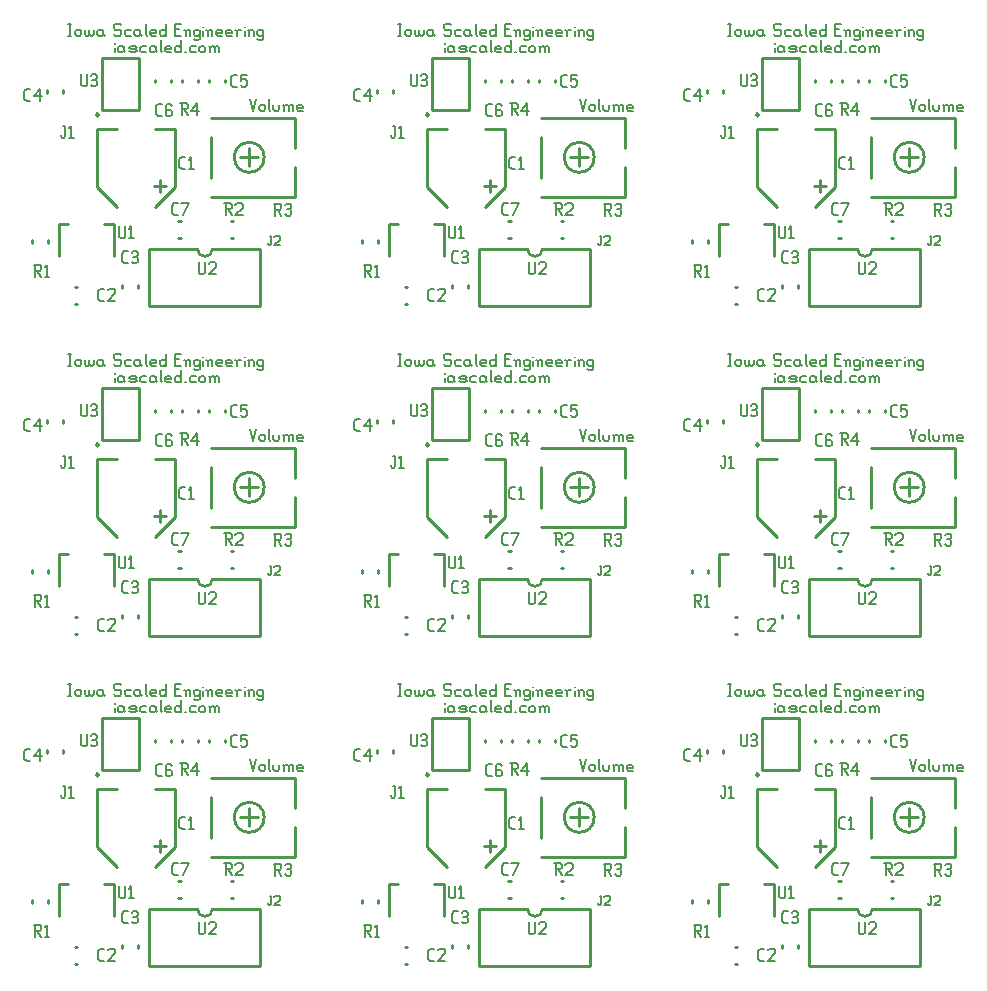
<source format=gbr>
G04 start of page 9 for group -4079 idx -4079 *
G04 Title: (unknown), topsilk *
G04 Creator: pcb 4.0.2 *
G04 CreationDate: Sun May 15 03:11:06 2022 UTC *
G04 For: railfan *
G04 Format: Gerber/RS-274X *
G04 PCB-Dimensions (mil): 4000.00 4000.00 *
G04 PCB-Coordinate-Origin: lower left *
%MOIN*%
%FSLAX25Y25*%
%LNTOPSILK*%
%ADD39C,0.0100*%
%ADD38C,0.0060*%
G54D38*X117500Y223010D02*X118490Y219050D01*
X119480Y223010D01*
X120668Y220535D02*Y219545D01*
Y220535D02*X121163Y221030D01*
X122153D01*
X122648Y220535D01*
Y219545D01*
X122153Y219050D02*X122648Y219545D01*
X121163Y219050D02*X122153D01*
X120668Y219545D02*X121163Y219050D01*
X123836Y223010D02*Y219545D01*
X124331Y219050D01*
X125321Y221030D02*Y219545D01*
X125816Y219050D01*
X126806D01*
X127301Y219545D01*
Y221030D02*Y219545D01*
X128984Y220535D02*Y219050D01*
Y220535D02*X129479Y221030D01*
X129974D01*
X130469Y220535D01*
Y219050D01*
Y220535D02*X130964Y221030D01*
X131459D01*
X131954Y220535D01*
Y219050D01*
X128489Y221030D02*X128984Y220535D01*
X133637Y219050D02*X135122D01*
X133142Y219545D02*X133637Y219050D01*
X133142Y220535D02*Y219545D01*
Y220535D02*X133637Y221030D01*
X134627D01*
X135122Y220535D01*
X133142Y220040D02*X135122D01*
Y220535D02*Y220040D01*
X227500Y223010D02*X228490Y219050D01*
X229480Y223010D01*
X230668Y220535D02*Y219545D01*
Y220535D02*X231163Y221030D01*
X232153D01*
X232648Y220535D01*
Y219545D01*
X232153Y219050D02*X232648Y219545D01*
X231163Y219050D02*X232153D01*
X230668Y219545D02*X231163Y219050D01*
X233836Y223010D02*Y219545D01*
X234331Y219050D01*
X235321Y221030D02*Y219545D01*
X235816Y219050D01*
X236806D01*
X237301Y219545D01*
Y221030D02*Y219545D01*
X238984Y220535D02*Y219050D01*
Y220535D02*X239479Y221030D01*
X239974D01*
X240469Y220535D01*
Y219050D01*
Y220535D02*X240964Y221030D01*
X241459D01*
X241954Y220535D01*
Y219050D01*
X238489Y221030D02*X238984Y220535D01*
X243637Y219050D02*X245122D01*
X243142Y219545D02*X243637Y219050D01*
X243142Y220535D02*Y219545D01*
Y220535D02*X243637Y221030D01*
X244627D01*
X245122Y220535D01*
X243142Y220040D02*X245122D01*
Y220535D02*Y220040D01*
X337500Y223010D02*X338490Y219050D01*
X339480Y223010D01*
X340668Y220535D02*Y219545D01*
Y220535D02*X341163Y221030D01*
X342153D01*
X342648Y220535D01*
Y219545D01*
X342153Y219050D02*X342648Y219545D01*
X341163Y219050D02*X342153D01*
X340668Y219545D02*X341163Y219050D01*
X343836Y223010D02*Y219545D01*
X344331Y219050D01*
X345321Y221030D02*Y219545D01*
X345816Y219050D01*
X346806D01*
X347301Y219545D01*
Y221030D02*Y219545D01*
X348984Y220535D02*Y219050D01*
Y220535D02*X349479Y221030D01*
X349974D01*
X350469Y220535D01*
Y219050D01*
Y220535D02*X350964Y221030D01*
X351459D01*
X351954Y220535D01*
Y219050D01*
X348489Y221030D02*X348984Y220535D01*
X353637Y219050D02*X355122D01*
X353142Y219545D02*X353637Y219050D01*
X353142Y220535D02*Y219545D01*
Y220535D02*X353637Y221030D01*
X354627D01*
X355122Y220535D01*
X353142Y220040D02*X355122D01*
Y220535D02*Y220040D01*
X57000Y248000D02*X58000D01*
X57500D02*Y244000D01*
X57000D02*X58000D01*
X59200Y245500D02*Y244500D01*
Y245500D02*X59700Y246000D01*
X60700D01*
X61200Y245500D01*
Y244500D01*
X60700Y244000D02*X61200Y244500D01*
X59700Y244000D02*X60700D01*
X59200Y244500D02*X59700Y244000D01*
X62400Y246000D02*Y244500D01*
X62900Y244000D01*
X63400D01*
X63900Y244500D01*
Y246000D02*Y244500D01*
X64400Y244000D01*
X64900D01*
X65400Y244500D01*
Y246000D02*Y244500D01*
X68100Y246000D02*X68600Y245500D01*
X67100Y246000D02*X68100D01*
X66600Y245500D02*X67100Y246000D01*
X66600Y245500D02*Y244500D01*
X67100Y244000D01*
X68600Y246000D02*Y244500D01*
X69100Y244000D01*
X67100D02*X68100D01*
X68600Y244500D01*
X74100Y248000D02*X74600Y247500D01*
X72600Y248000D02*X74100D01*
X72100Y247500D02*X72600Y248000D01*
X72100Y247500D02*Y246500D01*
X72600Y246000D01*
X74100D01*
X74600Y245500D01*
Y244500D01*
X74100Y244000D02*X74600Y244500D01*
X72600Y244000D02*X74100D01*
X72100Y244500D02*X72600Y244000D01*
X76300Y246000D02*X77800D01*
X75800Y245500D02*X76300Y246000D01*
X75800Y245500D02*Y244500D01*
X76300Y244000D01*
X77800D01*
X80500Y246000D02*X81000Y245500D01*
X79500Y246000D02*X80500D01*
X79000Y245500D02*X79500Y246000D01*
X79000Y245500D02*Y244500D01*
X79500Y244000D01*
X81000Y246000D02*Y244500D01*
X81500Y244000D01*
X79500D02*X80500D01*
X81000Y244500D01*
X82700Y248000D02*Y244500D01*
X83200Y244000D01*
X84700D02*X86200D01*
X84200Y244500D02*X84700Y244000D01*
X84200Y245500D02*Y244500D01*
Y245500D02*X84700Y246000D01*
X85700D01*
X86200Y245500D01*
X84200Y245000D02*X86200D01*
Y245500D02*Y245000D01*
X89400Y248000D02*Y244000D01*
X88900D02*X89400Y244500D01*
X87900Y244000D02*X88900D01*
X87400Y244500D02*X87900Y244000D01*
X87400Y245500D02*Y244500D01*
Y245500D02*X87900Y246000D01*
X88900D01*
X89400Y245500D01*
X92400Y246200D02*X93900D01*
X92400Y244000D02*X94400D01*
X92400Y248000D02*Y244000D01*
Y248000D02*X94400D01*
X96100Y245500D02*Y244000D01*
Y245500D02*X96600Y246000D01*
X97100D01*
X97600Y245500D01*
Y244000D01*
X95600Y246000D02*X96100Y245500D01*
X100300Y246000D02*X100800Y245500D01*
X99300Y246000D02*X100300D01*
X98800Y245500D02*X99300Y246000D01*
X98800Y245500D02*Y244500D01*
X99300Y244000D01*
X100300D01*
X100800Y244500D01*
X98800Y243000D02*X99300Y242500D01*
X100300D01*
X100800Y243000D01*
Y246000D02*Y243000D01*
X102000Y247000D02*Y246900D01*
Y245500D02*Y244000D01*
X103500Y245500D02*Y244000D01*
Y245500D02*X104000Y246000D01*
X104500D01*
X105000Y245500D01*
Y244000D01*
X103000Y246000D02*X103500Y245500D01*
X106700Y244000D02*X108200D01*
X106200Y244500D02*X106700Y244000D01*
X106200Y245500D02*Y244500D01*
Y245500D02*X106700Y246000D01*
X107700D01*
X108200Y245500D01*
X106200Y245000D02*X108200D01*
Y245500D02*Y245000D01*
X109900Y244000D02*X111400D01*
X109400Y244500D02*X109900Y244000D01*
X109400Y245500D02*Y244500D01*
Y245500D02*X109900Y246000D01*
X110900D01*
X111400Y245500D01*
X109400Y245000D02*X111400D01*
Y245500D02*Y245000D01*
X113100Y245500D02*Y244000D01*
Y245500D02*X113600Y246000D01*
X114600D01*
X112600D02*X113100Y245500D01*
X115800Y247000D02*Y246900D01*
Y245500D02*Y244000D01*
X117300Y245500D02*Y244000D01*
Y245500D02*X117800Y246000D01*
X118300D01*
X118800Y245500D01*
Y244000D01*
X116800Y246000D02*X117300Y245500D01*
X121500Y246000D02*X122000Y245500D01*
X120500Y246000D02*X121500D01*
X120000Y245500D02*X120500Y246000D01*
X120000Y245500D02*Y244500D01*
X120500Y244000D01*
X121500D01*
X122000Y244500D01*
X120000Y243000D02*X120500Y242500D01*
X121500D01*
X122000Y243000D01*
Y246000D02*Y243000D01*
X72500Y241500D02*Y241400D01*
Y240000D02*Y238500D01*
X75000Y240500D02*X75500Y240000D01*
X74000Y240500D02*X75000D01*
X73500Y240000D02*X74000Y240500D01*
X73500Y240000D02*Y239000D01*
X74000Y238500D01*
X75500Y240500D02*Y239000D01*
X76000Y238500D01*
X74000D02*X75000D01*
X75500Y239000D01*
X77700Y238500D02*X79200D01*
X79700Y239000D01*
X79200Y239500D02*X79700Y239000D01*
X77700Y239500D02*X79200D01*
X77200Y240000D02*X77700Y239500D01*
X77200Y240000D02*X77700Y240500D01*
X79200D01*
X79700Y240000D01*
X77200Y239000D02*X77700Y238500D01*
X81400Y240500D02*X82900D01*
X80900Y240000D02*X81400Y240500D01*
X80900Y240000D02*Y239000D01*
X81400Y238500D01*
X82900D01*
X85600Y240500D02*X86100Y240000D01*
X84600Y240500D02*X85600D01*
X84100Y240000D02*X84600Y240500D01*
X84100Y240000D02*Y239000D01*
X84600Y238500D01*
X86100Y240500D02*Y239000D01*
X86600Y238500D01*
X84600D02*X85600D01*
X86100Y239000D01*
X87800Y242500D02*Y239000D01*
X88300Y238500D01*
X89800D02*X91300D01*
X89300Y239000D02*X89800Y238500D01*
X89300Y240000D02*Y239000D01*
Y240000D02*X89800Y240500D01*
X90800D01*
X91300Y240000D01*
X89300Y239500D02*X91300D01*
Y240000D02*Y239500D01*
X94500Y242500D02*Y238500D01*
X94000D02*X94500Y239000D01*
X93000Y238500D02*X94000D01*
X92500Y239000D02*X93000Y238500D01*
X92500Y240000D02*Y239000D01*
Y240000D02*X93000Y240500D01*
X94000D01*
X94500Y240000D01*
X95700Y238500D02*X96200D01*
X97900Y240500D02*X99400D01*
X97400Y240000D02*X97900Y240500D01*
X97400Y240000D02*Y239000D01*
X97900Y238500D01*
X99400D01*
X100600Y240000D02*Y239000D01*
Y240000D02*X101100Y240500D01*
X102100D01*
X102600Y240000D01*
Y239000D01*
X102100Y238500D02*X102600Y239000D01*
X101100Y238500D02*X102100D01*
X100600Y239000D02*X101100Y238500D01*
X104300Y240000D02*Y238500D01*
Y240000D02*X104800Y240500D01*
X105300D01*
X105800Y240000D01*
Y238500D01*
Y240000D02*X106300Y240500D01*
X106800D01*
X107300Y240000D01*
Y238500D01*
X103800Y240500D02*X104300Y240000D01*
X167000Y248000D02*X168000D01*
X167500D02*Y244000D01*
X167000D02*X168000D01*
X169200Y245500D02*Y244500D01*
Y245500D02*X169700Y246000D01*
X170700D01*
X171200Y245500D01*
Y244500D01*
X170700Y244000D02*X171200Y244500D01*
X169700Y244000D02*X170700D01*
X169200Y244500D02*X169700Y244000D01*
X172400Y246000D02*Y244500D01*
X172900Y244000D01*
X173400D01*
X173900Y244500D01*
Y246000D02*Y244500D01*
X174400Y244000D01*
X174900D01*
X175400Y244500D01*
Y246000D02*Y244500D01*
X178100Y246000D02*X178600Y245500D01*
X177100Y246000D02*X178100D01*
X176600Y245500D02*X177100Y246000D01*
X176600Y245500D02*Y244500D01*
X177100Y244000D01*
X178600Y246000D02*Y244500D01*
X179100Y244000D01*
X177100D02*X178100D01*
X178600Y244500D01*
X184100Y248000D02*X184600Y247500D01*
X182600Y248000D02*X184100D01*
X182100Y247500D02*X182600Y248000D01*
X182100Y247500D02*Y246500D01*
X182600Y246000D01*
X184100D01*
X184600Y245500D01*
Y244500D01*
X184100Y244000D02*X184600Y244500D01*
X182600Y244000D02*X184100D01*
X182100Y244500D02*X182600Y244000D01*
X186300Y246000D02*X187800D01*
X185800Y245500D02*X186300Y246000D01*
X185800Y245500D02*Y244500D01*
X186300Y244000D01*
X187800D01*
X190500Y246000D02*X191000Y245500D01*
X189500Y246000D02*X190500D01*
X189000Y245500D02*X189500Y246000D01*
X189000Y245500D02*Y244500D01*
X189500Y244000D01*
X191000Y246000D02*Y244500D01*
X191500Y244000D01*
X189500D02*X190500D01*
X191000Y244500D01*
X192700Y248000D02*Y244500D01*
X193200Y244000D01*
X194700D02*X196200D01*
X194200Y244500D02*X194700Y244000D01*
X194200Y245500D02*Y244500D01*
Y245500D02*X194700Y246000D01*
X195700D01*
X196200Y245500D01*
X194200Y245000D02*X196200D01*
Y245500D02*Y245000D01*
X199400Y248000D02*Y244000D01*
X198900D02*X199400Y244500D01*
X197900Y244000D02*X198900D01*
X197400Y244500D02*X197900Y244000D01*
X197400Y245500D02*Y244500D01*
Y245500D02*X197900Y246000D01*
X198900D01*
X199400Y245500D01*
X202400Y246200D02*X203900D01*
X202400Y244000D02*X204400D01*
X202400Y248000D02*Y244000D01*
Y248000D02*X204400D01*
X206100Y245500D02*Y244000D01*
Y245500D02*X206600Y246000D01*
X207100D01*
X207600Y245500D01*
Y244000D01*
X205600Y246000D02*X206100Y245500D01*
X210300Y246000D02*X210800Y245500D01*
X209300Y246000D02*X210300D01*
X208800Y245500D02*X209300Y246000D01*
X208800Y245500D02*Y244500D01*
X209300Y244000D01*
X210300D01*
X210800Y244500D01*
X208800Y243000D02*X209300Y242500D01*
X210300D01*
X210800Y243000D01*
Y246000D02*Y243000D01*
X212000Y247000D02*Y246900D01*
Y245500D02*Y244000D01*
X213500Y245500D02*Y244000D01*
Y245500D02*X214000Y246000D01*
X214500D01*
X215000Y245500D01*
Y244000D01*
X213000Y246000D02*X213500Y245500D01*
X216700Y244000D02*X218200D01*
X216200Y244500D02*X216700Y244000D01*
X216200Y245500D02*Y244500D01*
Y245500D02*X216700Y246000D01*
X217700D01*
X218200Y245500D01*
X216200Y245000D02*X218200D01*
Y245500D02*Y245000D01*
X219900Y244000D02*X221400D01*
X219400Y244500D02*X219900Y244000D01*
X219400Y245500D02*Y244500D01*
Y245500D02*X219900Y246000D01*
X220900D01*
X221400Y245500D01*
X219400Y245000D02*X221400D01*
Y245500D02*Y245000D01*
X223100Y245500D02*Y244000D01*
Y245500D02*X223600Y246000D01*
X224600D01*
X222600D02*X223100Y245500D01*
X225800Y247000D02*Y246900D01*
Y245500D02*Y244000D01*
X227300Y245500D02*Y244000D01*
Y245500D02*X227800Y246000D01*
X228300D01*
X228800Y245500D01*
Y244000D01*
X226800Y246000D02*X227300Y245500D01*
X231500Y246000D02*X232000Y245500D01*
X230500Y246000D02*X231500D01*
X230000Y245500D02*X230500Y246000D01*
X230000Y245500D02*Y244500D01*
X230500Y244000D01*
X231500D01*
X232000Y244500D01*
X230000Y243000D02*X230500Y242500D01*
X231500D01*
X232000Y243000D01*
Y246000D02*Y243000D01*
X182500Y241500D02*Y241400D01*
Y240000D02*Y238500D01*
X185000Y240500D02*X185500Y240000D01*
X184000Y240500D02*X185000D01*
X183500Y240000D02*X184000Y240500D01*
X183500Y240000D02*Y239000D01*
X184000Y238500D01*
X185500Y240500D02*Y239000D01*
X186000Y238500D01*
X184000D02*X185000D01*
X185500Y239000D01*
X187700Y238500D02*X189200D01*
X189700Y239000D01*
X189200Y239500D02*X189700Y239000D01*
X187700Y239500D02*X189200D01*
X187200Y240000D02*X187700Y239500D01*
X187200Y240000D02*X187700Y240500D01*
X189200D01*
X189700Y240000D01*
X187200Y239000D02*X187700Y238500D01*
X191400Y240500D02*X192900D01*
X190900Y240000D02*X191400Y240500D01*
X190900Y240000D02*Y239000D01*
X191400Y238500D01*
X192900D01*
X195600Y240500D02*X196100Y240000D01*
X194600Y240500D02*X195600D01*
X194100Y240000D02*X194600Y240500D01*
X194100Y240000D02*Y239000D01*
X194600Y238500D01*
X196100Y240500D02*Y239000D01*
X196600Y238500D01*
X194600D02*X195600D01*
X196100Y239000D01*
X197800Y242500D02*Y239000D01*
X198300Y238500D01*
X199800D02*X201300D01*
X199300Y239000D02*X199800Y238500D01*
X199300Y240000D02*Y239000D01*
Y240000D02*X199800Y240500D01*
X200800D01*
X201300Y240000D01*
X199300Y239500D02*X201300D01*
Y240000D02*Y239500D01*
X204500Y242500D02*Y238500D01*
X204000D02*X204500Y239000D01*
X203000Y238500D02*X204000D01*
X202500Y239000D02*X203000Y238500D01*
X202500Y240000D02*Y239000D01*
Y240000D02*X203000Y240500D01*
X204000D01*
X204500Y240000D01*
X205700Y238500D02*X206200D01*
X207900Y240500D02*X209400D01*
X207400Y240000D02*X207900Y240500D01*
X207400Y240000D02*Y239000D01*
X207900Y238500D01*
X209400D01*
X210600Y240000D02*Y239000D01*
Y240000D02*X211100Y240500D01*
X212100D01*
X212600Y240000D01*
Y239000D01*
X212100Y238500D02*X212600Y239000D01*
X211100Y238500D02*X212100D01*
X210600Y239000D02*X211100Y238500D01*
X214300Y240000D02*Y238500D01*
Y240000D02*X214800Y240500D01*
X215300D01*
X215800Y240000D01*
Y238500D01*
Y240000D02*X216300Y240500D01*
X216800D01*
X217300Y240000D01*
Y238500D01*
X213800Y240500D02*X214300Y240000D01*
X277000Y248000D02*X278000D01*
X277500D02*Y244000D01*
X277000D02*X278000D01*
X279200Y245500D02*Y244500D01*
Y245500D02*X279700Y246000D01*
X280700D01*
X281200Y245500D01*
Y244500D01*
X280700Y244000D02*X281200Y244500D01*
X279700Y244000D02*X280700D01*
X279200Y244500D02*X279700Y244000D01*
X282400Y246000D02*Y244500D01*
X282900Y244000D01*
X283400D01*
X283900Y244500D01*
Y246000D02*Y244500D01*
X284400Y244000D01*
X284900D01*
X285400Y244500D01*
Y246000D02*Y244500D01*
X288100Y246000D02*X288600Y245500D01*
X287100Y246000D02*X288100D01*
X286600Y245500D02*X287100Y246000D01*
X286600Y245500D02*Y244500D01*
X287100Y244000D01*
X288600Y246000D02*Y244500D01*
X289100Y244000D01*
X287100D02*X288100D01*
X288600Y244500D01*
X294100Y248000D02*X294600Y247500D01*
X292600Y248000D02*X294100D01*
X292100Y247500D02*X292600Y248000D01*
X292100Y247500D02*Y246500D01*
X292600Y246000D01*
X294100D01*
X294600Y245500D01*
Y244500D01*
X294100Y244000D02*X294600Y244500D01*
X292600Y244000D02*X294100D01*
X292100Y244500D02*X292600Y244000D01*
X296300Y246000D02*X297800D01*
X295800Y245500D02*X296300Y246000D01*
X295800Y245500D02*Y244500D01*
X296300Y244000D01*
X297800D01*
X300500Y246000D02*X301000Y245500D01*
X299500Y246000D02*X300500D01*
X299000Y245500D02*X299500Y246000D01*
X299000Y245500D02*Y244500D01*
X299500Y244000D01*
X301000Y246000D02*Y244500D01*
X301500Y244000D01*
X299500D02*X300500D01*
X301000Y244500D01*
X302700Y248000D02*Y244500D01*
X303200Y244000D01*
X304700D02*X306200D01*
X304200Y244500D02*X304700Y244000D01*
X304200Y245500D02*Y244500D01*
Y245500D02*X304700Y246000D01*
X305700D01*
X306200Y245500D01*
X304200Y245000D02*X306200D01*
Y245500D02*Y245000D01*
X309400Y248000D02*Y244000D01*
X308900D02*X309400Y244500D01*
X307900Y244000D02*X308900D01*
X307400Y244500D02*X307900Y244000D01*
X307400Y245500D02*Y244500D01*
Y245500D02*X307900Y246000D01*
X308900D01*
X309400Y245500D01*
X312400Y246200D02*X313900D01*
X312400Y244000D02*X314400D01*
X312400Y248000D02*Y244000D01*
Y248000D02*X314400D01*
X316100Y245500D02*Y244000D01*
Y245500D02*X316600Y246000D01*
X317100D01*
X317600Y245500D01*
Y244000D01*
X315600Y246000D02*X316100Y245500D01*
X320300Y246000D02*X320800Y245500D01*
X319300Y246000D02*X320300D01*
X318800Y245500D02*X319300Y246000D01*
X318800Y245500D02*Y244500D01*
X319300Y244000D01*
X320300D01*
X320800Y244500D01*
X318800Y243000D02*X319300Y242500D01*
X320300D01*
X320800Y243000D01*
Y246000D02*Y243000D01*
X322000Y247000D02*Y246900D01*
Y245500D02*Y244000D01*
X323500Y245500D02*Y244000D01*
Y245500D02*X324000Y246000D01*
X324500D01*
X325000Y245500D01*
Y244000D01*
X323000Y246000D02*X323500Y245500D01*
X326700Y244000D02*X328200D01*
X326200Y244500D02*X326700Y244000D01*
X326200Y245500D02*Y244500D01*
Y245500D02*X326700Y246000D01*
X327700D01*
X328200Y245500D01*
X326200Y245000D02*X328200D01*
Y245500D02*Y245000D01*
X329900Y244000D02*X331400D01*
X329400Y244500D02*X329900Y244000D01*
X329400Y245500D02*Y244500D01*
Y245500D02*X329900Y246000D01*
X330900D01*
X331400Y245500D01*
X329400Y245000D02*X331400D01*
Y245500D02*Y245000D01*
X333100Y245500D02*Y244000D01*
Y245500D02*X333600Y246000D01*
X334600D01*
X332600D02*X333100Y245500D01*
X335800Y247000D02*Y246900D01*
Y245500D02*Y244000D01*
X337300Y245500D02*Y244000D01*
Y245500D02*X337800Y246000D01*
X338300D01*
X338800Y245500D01*
Y244000D01*
X336800Y246000D02*X337300Y245500D01*
X341500Y246000D02*X342000Y245500D01*
X340500Y246000D02*X341500D01*
X340000Y245500D02*X340500Y246000D01*
X340000Y245500D02*Y244500D01*
X340500Y244000D01*
X341500D01*
X342000Y244500D01*
X340000Y243000D02*X340500Y242500D01*
X341500D01*
X342000Y243000D01*
Y246000D02*Y243000D01*
X292500Y241500D02*Y241400D01*
Y240000D02*Y238500D01*
X295000Y240500D02*X295500Y240000D01*
X294000Y240500D02*X295000D01*
X293500Y240000D02*X294000Y240500D01*
X293500Y240000D02*Y239000D01*
X294000Y238500D01*
X295500Y240500D02*Y239000D01*
X296000Y238500D01*
X294000D02*X295000D01*
X295500Y239000D01*
X297700Y238500D02*X299200D01*
X299700Y239000D01*
X299200Y239500D02*X299700Y239000D01*
X297700Y239500D02*X299200D01*
X297200Y240000D02*X297700Y239500D01*
X297200Y240000D02*X297700Y240500D01*
X299200D01*
X299700Y240000D01*
X297200Y239000D02*X297700Y238500D01*
X301400Y240500D02*X302900D01*
X300900Y240000D02*X301400Y240500D01*
X300900Y240000D02*Y239000D01*
X301400Y238500D01*
X302900D01*
X305600Y240500D02*X306100Y240000D01*
X304600Y240500D02*X305600D01*
X304100Y240000D02*X304600Y240500D01*
X304100Y240000D02*Y239000D01*
X304600Y238500D01*
X306100Y240500D02*Y239000D01*
X306600Y238500D01*
X304600D02*X305600D01*
X306100Y239000D01*
X307800Y242500D02*Y239000D01*
X308300Y238500D01*
X309800D02*X311300D01*
X309300Y239000D02*X309800Y238500D01*
X309300Y240000D02*Y239000D01*
Y240000D02*X309800Y240500D01*
X310800D01*
X311300Y240000D01*
X309300Y239500D02*X311300D01*
Y240000D02*Y239500D01*
X314500Y242500D02*Y238500D01*
X314000D02*X314500Y239000D01*
X313000Y238500D02*X314000D01*
X312500Y239000D02*X313000Y238500D01*
X312500Y240000D02*Y239000D01*
Y240000D02*X313000Y240500D01*
X314000D01*
X314500Y240000D01*
X315700Y238500D02*X316200D01*
X317900Y240500D02*X319400D01*
X317400Y240000D02*X317900Y240500D01*
X317400Y240000D02*Y239000D01*
X317900Y238500D01*
X319400D01*
X320600Y240000D02*Y239000D01*
Y240000D02*X321100Y240500D01*
X322100D01*
X322600Y240000D01*
Y239000D01*
X322100Y238500D02*X322600Y239000D01*
X321100Y238500D02*X322100D01*
X320600Y239000D02*X321100Y238500D01*
X324300Y240000D02*Y238500D01*
Y240000D02*X324800Y240500D01*
X325300D01*
X325800Y240000D01*
Y238500D01*
Y240000D02*X326300Y240500D01*
X326800D01*
X327300Y240000D01*
Y238500D01*
X323800Y240500D02*X324300Y240000D01*
X337500Y113010D02*X338490Y109050D01*
X339480Y113010D01*
X340668Y110535D02*Y109545D01*
Y110535D02*X341163Y111030D01*
X342153D01*
X342648Y110535D01*
Y109545D01*
X342153Y109050D02*X342648Y109545D01*
X341163Y109050D02*X342153D01*
X340668Y109545D02*X341163Y109050D01*
X343836Y113010D02*Y109545D01*
X344331Y109050D01*
X345321Y111030D02*Y109545D01*
X345816Y109050D01*
X346806D01*
X347301Y109545D01*
Y111030D02*Y109545D01*
X348984Y110535D02*Y109050D01*
Y110535D02*X349479Y111030D01*
X349974D01*
X350469Y110535D01*
Y109050D01*
Y110535D02*X350964Y111030D01*
X351459D01*
X351954Y110535D01*
Y109050D01*
X348489Y111030D02*X348984Y110535D01*
X353637Y109050D02*X355122D01*
X353142Y109545D02*X353637Y109050D01*
X353142Y110535D02*Y109545D01*
Y110535D02*X353637Y111030D01*
X354627D01*
X355122Y110535D01*
X353142Y110040D02*X355122D01*
Y110535D02*Y110040D01*
X277000Y138000D02*X278000D01*
X277500D02*Y134000D01*
X277000D02*X278000D01*
X279200Y135500D02*Y134500D01*
Y135500D02*X279700Y136000D01*
X280700D01*
X281200Y135500D01*
Y134500D01*
X280700Y134000D02*X281200Y134500D01*
X279700Y134000D02*X280700D01*
X279200Y134500D02*X279700Y134000D01*
X282400Y136000D02*Y134500D01*
X282900Y134000D01*
X283400D01*
X283900Y134500D01*
Y136000D02*Y134500D01*
X284400Y134000D01*
X284900D01*
X285400Y134500D01*
Y136000D02*Y134500D01*
X288100Y136000D02*X288600Y135500D01*
X287100Y136000D02*X288100D01*
X286600Y135500D02*X287100Y136000D01*
X286600Y135500D02*Y134500D01*
X287100Y134000D01*
X288600Y136000D02*Y134500D01*
X289100Y134000D01*
X287100D02*X288100D01*
X288600Y134500D01*
X294100Y138000D02*X294600Y137500D01*
X292600Y138000D02*X294100D01*
X292100Y137500D02*X292600Y138000D01*
X292100Y137500D02*Y136500D01*
X292600Y136000D01*
X294100D01*
X294600Y135500D01*
Y134500D01*
X294100Y134000D02*X294600Y134500D01*
X292600Y134000D02*X294100D01*
X292100Y134500D02*X292600Y134000D01*
X296300Y136000D02*X297800D01*
X295800Y135500D02*X296300Y136000D01*
X295800Y135500D02*Y134500D01*
X296300Y134000D01*
X297800D01*
X300500Y136000D02*X301000Y135500D01*
X299500Y136000D02*X300500D01*
X299000Y135500D02*X299500Y136000D01*
X299000Y135500D02*Y134500D01*
X299500Y134000D01*
X301000Y136000D02*Y134500D01*
X301500Y134000D01*
X299500D02*X300500D01*
X301000Y134500D01*
X302700Y138000D02*Y134500D01*
X303200Y134000D01*
X304700D02*X306200D01*
X304200Y134500D02*X304700Y134000D01*
X304200Y135500D02*Y134500D01*
Y135500D02*X304700Y136000D01*
X305700D01*
X306200Y135500D01*
X304200Y135000D02*X306200D01*
Y135500D02*Y135000D01*
X309400Y138000D02*Y134000D01*
X308900D02*X309400Y134500D01*
X307900Y134000D02*X308900D01*
X307400Y134500D02*X307900Y134000D01*
X307400Y135500D02*Y134500D01*
Y135500D02*X307900Y136000D01*
X308900D01*
X309400Y135500D01*
X312400Y136200D02*X313900D01*
X312400Y134000D02*X314400D01*
X312400Y138000D02*Y134000D01*
Y138000D02*X314400D01*
X316100Y135500D02*Y134000D01*
Y135500D02*X316600Y136000D01*
X317100D01*
X317600Y135500D01*
Y134000D01*
X315600Y136000D02*X316100Y135500D01*
X320300Y136000D02*X320800Y135500D01*
X319300Y136000D02*X320300D01*
X318800Y135500D02*X319300Y136000D01*
X318800Y135500D02*Y134500D01*
X319300Y134000D01*
X320300D01*
X320800Y134500D01*
X318800Y133000D02*X319300Y132500D01*
X320300D01*
X320800Y133000D01*
Y136000D02*Y133000D01*
X322000Y137000D02*Y136900D01*
Y135500D02*Y134000D01*
X323500Y135500D02*Y134000D01*
Y135500D02*X324000Y136000D01*
X324500D01*
X325000Y135500D01*
Y134000D01*
X323000Y136000D02*X323500Y135500D01*
X326700Y134000D02*X328200D01*
X326200Y134500D02*X326700Y134000D01*
X326200Y135500D02*Y134500D01*
Y135500D02*X326700Y136000D01*
X327700D01*
X328200Y135500D01*
X326200Y135000D02*X328200D01*
Y135500D02*Y135000D01*
X329900Y134000D02*X331400D01*
X329400Y134500D02*X329900Y134000D01*
X329400Y135500D02*Y134500D01*
Y135500D02*X329900Y136000D01*
X330900D01*
X331400Y135500D01*
X329400Y135000D02*X331400D01*
Y135500D02*Y135000D01*
X333100Y135500D02*Y134000D01*
Y135500D02*X333600Y136000D01*
X334600D01*
X332600D02*X333100Y135500D01*
X335800Y137000D02*Y136900D01*
Y135500D02*Y134000D01*
X337300Y135500D02*Y134000D01*
Y135500D02*X337800Y136000D01*
X338300D01*
X338800Y135500D01*
Y134000D01*
X336800Y136000D02*X337300Y135500D01*
X341500Y136000D02*X342000Y135500D01*
X340500Y136000D02*X341500D01*
X340000Y135500D02*X340500Y136000D01*
X340000Y135500D02*Y134500D01*
X340500Y134000D01*
X341500D01*
X342000Y134500D01*
X340000Y133000D02*X340500Y132500D01*
X341500D01*
X342000Y133000D01*
Y136000D02*Y133000D01*
X292500Y131500D02*Y131400D01*
Y130000D02*Y128500D01*
X295000Y130500D02*X295500Y130000D01*
X294000Y130500D02*X295000D01*
X293500Y130000D02*X294000Y130500D01*
X293500Y130000D02*Y129000D01*
X294000Y128500D01*
X295500Y130500D02*Y129000D01*
X296000Y128500D01*
X294000D02*X295000D01*
X295500Y129000D01*
X297700Y128500D02*X299200D01*
X299700Y129000D01*
X299200Y129500D02*X299700Y129000D01*
X297700Y129500D02*X299200D01*
X297200Y130000D02*X297700Y129500D01*
X297200Y130000D02*X297700Y130500D01*
X299200D01*
X299700Y130000D01*
X297200Y129000D02*X297700Y128500D01*
X301400Y130500D02*X302900D01*
X300900Y130000D02*X301400Y130500D01*
X300900Y130000D02*Y129000D01*
X301400Y128500D01*
X302900D01*
X305600Y130500D02*X306100Y130000D01*
X304600Y130500D02*X305600D01*
X304100Y130000D02*X304600Y130500D01*
X304100Y130000D02*Y129000D01*
X304600Y128500D01*
X306100Y130500D02*Y129000D01*
X306600Y128500D01*
X304600D02*X305600D01*
X306100Y129000D01*
X307800Y132500D02*Y129000D01*
X308300Y128500D01*
X309800D02*X311300D01*
X309300Y129000D02*X309800Y128500D01*
X309300Y130000D02*Y129000D01*
Y130000D02*X309800Y130500D01*
X310800D01*
X311300Y130000D01*
X309300Y129500D02*X311300D01*
Y130000D02*Y129500D01*
X314500Y132500D02*Y128500D01*
X314000D02*X314500Y129000D01*
X313000Y128500D02*X314000D01*
X312500Y129000D02*X313000Y128500D01*
X312500Y130000D02*Y129000D01*
Y130000D02*X313000Y130500D01*
X314000D01*
X314500Y130000D01*
X315700Y128500D02*X316200D01*
X317900Y130500D02*X319400D01*
X317400Y130000D02*X317900Y130500D01*
X317400Y130000D02*Y129000D01*
X317900Y128500D01*
X319400D01*
X320600Y130000D02*Y129000D01*
Y130000D02*X321100Y130500D01*
X322100D01*
X322600Y130000D01*
Y129000D01*
X322100Y128500D02*X322600Y129000D01*
X321100Y128500D02*X322100D01*
X320600Y129000D02*X321100Y128500D01*
X324300Y130000D02*Y128500D01*
Y130000D02*X324800Y130500D01*
X325300D01*
X325800Y130000D01*
Y128500D01*
Y130000D02*X326300Y130500D01*
X326800D01*
X327300Y130000D01*
Y128500D01*
X323800Y130500D02*X324300Y130000D01*
X227500Y113010D02*X228490Y109050D01*
X229480Y113010D01*
X230668Y110535D02*Y109545D01*
Y110535D02*X231163Y111030D01*
X232153D01*
X232648Y110535D01*
Y109545D01*
X232153Y109050D02*X232648Y109545D01*
X231163Y109050D02*X232153D01*
X230668Y109545D02*X231163Y109050D01*
X233836Y113010D02*Y109545D01*
X234331Y109050D01*
X235321Y111030D02*Y109545D01*
X235816Y109050D01*
X236806D01*
X237301Y109545D01*
Y111030D02*Y109545D01*
X238984Y110535D02*Y109050D01*
Y110535D02*X239479Y111030D01*
X239974D01*
X240469Y110535D01*
Y109050D01*
Y110535D02*X240964Y111030D01*
X241459D01*
X241954Y110535D01*
Y109050D01*
X238489Y111030D02*X238984Y110535D01*
X243637Y109050D02*X245122D01*
X243142Y109545D02*X243637Y109050D01*
X243142Y110535D02*Y109545D01*
Y110535D02*X243637Y111030D01*
X244627D01*
X245122Y110535D01*
X243142Y110040D02*X245122D01*
Y110535D02*Y110040D01*
X167000Y138000D02*X168000D01*
X167500D02*Y134000D01*
X167000D02*X168000D01*
X169200Y135500D02*Y134500D01*
Y135500D02*X169700Y136000D01*
X170700D01*
X171200Y135500D01*
Y134500D01*
X170700Y134000D02*X171200Y134500D01*
X169700Y134000D02*X170700D01*
X169200Y134500D02*X169700Y134000D01*
X172400Y136000D02*Y134500D01*
X172900Y134000D01*
X173400D01*
X173900Y134500D01*
Y136000D02*Y134500D01*
X174400Y134000D01*
X174900D01*
X175400Y134500D01*
Y136000D02*Y134500D01*
X178100Y136000D02*X178600Y135500D01*
X177100Y136000D02*X178100D01*
X176600Y135500D02*X177100Y136000D01*
X176600Y135500D02*Y134500D01*
X177100Y134000D01*
X178600Y136000D02*Y134500D01*
X179100Y134000D01*
X177100D02*X178100D01*
X178600Y134500D01*
X184100Y138000D02*X184600Y137500D01*
X182600Y138000D02*X184100D01*
X182100Y137500D02*X182600Y138000D01*
X182100Y137500D02*Y136500D01*
X182600Y136000D01*
X184100D01*
X184600Y135500D01*
Y134500D01*
X184100Y134000D02*X184600Y134500D01*
X182600Y134000D02*X184100D01*
X182100Y134500D02*X182600Y134000D01*
X186300Y136000D02*X187800D01*
X185800Y135500D02*X186300Y136000D01*
X185800Y135500D02*Y134500D01*
X186300Y134000D01*
X187800D01*
X190500Y136000D02*X191000Y135500D01*
X189500Y136000D02*X190500D01*
X189000Y135500D02*X189500Y136000D01*
X189000Y135500D02*Y134500D01*
X189500Y134000D01*
X191000Y136000D02*Y134500D01*
X191500Y134000D01*
X189500D02*X190500D01*
X191000Y134500D01*
X192700Y138000D02*Y134500D01*
X193200Y134000D01*
X194700D02*X196200D01*
X194200Y134500D02*X194700Y134000D01*
X194200Y135500D02*Y134500D01*
Y135500D02*X194700Y136000D01*
X195700D01*
X196200Y135500D01*
X194200Y135000D02*X196200D01*
Y135500D02*Y135000D01*
X199400Y138000D02*Y134000D01*
X198900D02*X199400Y134500D01*
X197900Y134000D02*X198900D01*
X197400Y134500D02*X197900Y134000D01*
X197400Y135500D02*Y134500D01*
Y135500D02*X197900Y136000D01*
X198900D01*
X199400Y135500D01*
X202400Y136200D02*X203900D01*
X202400Y134000D02*X204400D01*
X202400Y138000D02*Y134000D01*
Y138000D02*X204400D01*
X206100Y135500D02*Y134000D01*
Y135500D02*X206600Y136000D01*
X207100D01*
X207600Y135500D01*
Y134000D01*
X205600Y136000D02*X206100Y135500D01*
X210300Y136000D02*X210800Y135500D01*
X209300Y136000D02*X210300D01*
X208800Y135500D02*X209300Y136000D01*
X208800Y135500D02*Y134500D01*
X209300Y134000D01*
X210300D01*
X210800Y134500D01*
X208800Y133000D02*X209300Y132500D01*
X210300D01*
X210800Y133000D01*
Y136000D02*Y133000D01*
X212000Y137000D02*Y136900D01*
Y135500D02*Y134000D01*
X213500Y135500D02*Y134000D01*
Y135500D02*X214000Y136000D01*
X214500D01*
X215000Y135500D01*
Y134000D01*
X213000Y136000D02*X213500Y135500D01*
X216700Y134000D02*X218200D01*
X216200Y134500D02*X216700Y134000D01*
X216200Y135500D02*Y134500D01*
Y135500D02*X216700Y136000D01*
X217700D01*
X218200Y135500D01*
X216200Y135000D02*X218200D01*
Y135500D02*Y135000D01*
X219900Y134000D02*X221400D01*
X219400Y134500D02*X219900Y134000D01*
X219400Y135500D02*Y134500D01*
Y135500D02*X219900Y136000D01*
X220900D01*
X221400Y135500D01*
X219400Y135000D02*X221400D01*
Y135500D02*Y135000D01*
X223100Y135500D02*Y134000D01*
Y135500D02*X223600Y136000D01*
X224600D01*
X222600D02*X223100Y135500D01*
X225800Y137000D02*Y136900D01*
Y135500D02*Y134000D01*
X227300Y135500D02*Y134000D01*
Y135500D02*X227800Y136000D01*
X228300D01*
X228800Y135500D01*
Y134000D01*
X226800Y136000D02*X227300Y135500D01*
X231500Y136000D02*X232000Y135500D01*
X230500Y136000D02*X231500D01*
X230000Y135500D02*X230500Y136000D01*
X230000Y135500D02*Y134500D01*
X230500Y134000D01*
X231500D01*
X232000Y134500D01*
X230000Y133000D02*X230500Y132500D01*
X231500D01*
X232000Y133000D01*
Y136000D02*Y133000D01*
X182500Y131500D02*Y131400D01*
Y130000D02*Y128500D01*
X185000Y130500D02*X185500Y130000D01*
X184000Y130500D02*X185000D01*
X183500Y130000D02*X184000Y130500D01*
X183500Y130000D02*Y129000D01*
X184000Y128500D01*
X185500Y130500D02*Y129000D01*
X186000Y128500D01*
X184000D02*X185000D01*
X185500Y129000D01*
X187700Y128500D02*X189200D01*
X189700Y129000D01*
X189200Y129500D02*X189700Y129000D01*
X187700Y129500D02*X189200D01*
X187200Y130000D02*X187700Y129500D01*
X187200Y130000D02*X187700Y130500D01*
X189200D01*
X189700Y130000D01*
X187200Y129000D02*X187700Y128500D01*
X191400Y130500D02*X192900D01*
X190900Y130000D02*X191400Y130500D01*
X190900Y130000D02*Y129000D01*
X191400Y128500D01*
X192900D01*
X195600Y130500D02*X196100Y130000D01*
X194600Y130500D02*X195600D01*
X194100Y130000D02*X194600Y130500D01*
X194100Y130000D02*Y129000D01*
X194600Y128500D01*
X196100Y130500D02*Y129000D01*
X196600Y128500D01*
X194600D02*X195600D01*
X196100Y129000D01*
X197800Y132500D02*Y129000D01*
X198300Y128500D01*
X199800D02*X201300D01*
X199300Y129000D02*X199800Y128500D01*
X199300Y130000D02*Y129000D01*
Y130000D02*X199800Y130500D01*
X200800D01*
X201300Y130000D01*
X199300Y129500D02*X201300D01*
Y130000D02*Y129500D01*
X204500Y132500D02*Y128500D01*
X204000D02*X204500Y129000D01*
X203000Y128500D02*X204000D01*
X202500Y129000D02*X203000Y128500D01*
X202500Y130000D02*Y129000D01*
Y130000D02*X203000Y130500D01*
X204000D01*
X204500Y130000D01*
X205700Y128500D02*X206200D01*
X207900Y130500D02*X209400D01*
X207400Y130000D02*X207900Y130500D01*
X207400Y130000D02*Y129000D01*
X207900Y128500D01*
X209400D01*
X210600Y130000D02*Y129000D01*
Y130000D02*X211100Y130500D01*
X212100D01*
X212600Y130000D01*
Y129000D01*
X212100Y128500D02*X212600Y129000D01*
X211100Y128500D02*X212100D01*
X210600Y129000D02*X211100Y128500D01*
X214300Y130000D02*Y128500D01*
Y130000D02*X214800Y130500D01*
X215300D01*
X215800Y130000D01*
Y128500D01*
Y130000D02*X216300Y130500D01*
X216800D01*
X217300Y130000D01*
Y128500D01*
X213800Y130500D02*X214300Y130000D01*
X117500Y113010D02*X118490Y109050D01*
X119480Y113010D01*
X120668Y110535D02*Y109545D01*
Y110535D02*X121163Y111030D01*
X122153D01*
X122648Y110535D01*
Y109545D01*
X122153Y109050D02*X122648Y109545D01*
X121163Y109050D02*X122153D01*
X120668Y109545D02*X121163Y109050D01*
X123836Y113010D02*Y109545D01*
X124331Y109050D01*
X125321Y111030D02*Y109545D01*
X125816Y109050D01*
X126806D01*
X127301Y109545D01*
Y111030D02*Y109545D01*
X128984Y110535D02*Y109050D01*
Y110535D02*X129479Y111030D01*
X129974D01*
X130469Y110535D01*
Y109050D01*
Y110535D02*X130964Y111030D01*
X131459D01*
X131954Y110535D01*
Y109050D01*
X128489Y111030D02*X128984Y110535D01*
X133637Y109050D02*X135122D01*
X133142Y109545D02*X133637Y109050D01*
X133142Y110535D02*Y109545D01*
Y110535D02*X133637Y111030D01*
X134627D01*
X135122Y110535D01*
X133142Y110040D02*X135122D01*
Y110535D02*Y110040D01*
X57000Y138000D02*X58000D01*
X57500D02*Y134000D01*
X57000D02*X58000D01*
X59200Y135500D02*Y134500D01*
Y135500D02*X59700Y136000D01*
X60700D01*
X61200Y135500D01*
Y134500D01*
X60700Y134000D02*X61200Y134500D01*
X59700Y134000D02*X60700D01*
X59200Y134500D02*X59700Y134000D01*
X62400Y136000D02*Y134500D01*
X62900Y134000D01*
X63400D01*
X63900Y134500D01*
Y136000D02*Y134500D01*
X64400Y134000D01*
X64900D01*
X65400Y134500D01*
Y136000D02*Y134500D01*
X68100Y136000D02*X68600Y135500D01*
X67100Y136000D02*X68100D01*
X66600Y135500D02*X67100Y136000D01*
X66600Y135500D02*Y134500D01*
X67100Y134000D01*
X68600Y136000D02*Y134500D01*
X69100Y134000D01*
X67100D02*X68100D01*
X68600Y134500D01*
X74100Y138000D02*X74600Y137500D01*
X72600Y138000D02*X74100D01*
X72100Y137500D02*X72600Y138000D01*
X72100Y137500D02*Y136500D01*
X72600Y136000D01*
X74100D01*
X74600Y135500D01*
Y134500D01*
X74100Y134000D02*X74600Y134500D01*
X72600Y134000D02*X74100D01*
X72100Y134500D02*X72600Y134000D01*
X76300Y136000D02*X77800D01*
X75800Y135500D02*X76300Y136000D01*
X75800Y135500D02*Y134500D01*
X76300Y134000D01*
X77800D01*
X80500Y136000D02*X81000Y135500D01*
X79500Y136000D02*X80500D01*
X79000Y135500D02*X79500Y136000D01*
X79000Y135500D02*Y134500D01*
X79500Y134000D01*
X81000Y136000D02*Y134500D01*
X81500Y134000D01*
X79500D02*X80500D01*
X81000Y134500D01*
X82700Y138000D02*Y134500D01*
X83200Y134000D01*
X84700D02*X86200D01*
X84200Y134500D02*X84700Y134000D01*
X84200Y135500D02*Y134500D01*
Y135500D02*X84700Y136000D01*
X85700D01*
X86200Y135500D01*
X84200Y135000D02*X86200D01*
Y135500D02*Y135000D01*
X89400Y138000D02*Y134000D01*
X88900D02*X89400Y134500D01*
X87900Y134000D02*X88900D01*
X87400Y134500D02*X87900Y134000D01*
X87400Y135500D02*Y134500D01*
Y135500D02*X87900Y136000D01*
X88900D01*
X89400Y135500D01*
X92400Y136200D02*X93900D01*
X92400Y134000D02*X94400D01*
X92400Y138000D02*Y134000D01*
Y138000D02*X94400D01*
X96100Y135500D02*Y134000D01*
Y135500D02*X96600Y136000D01*
X97100D01*
X97600Y135500D01*
Y134000D01*
X95600Y136000D02*X96100Y135500D01*
X100300Y136000D02*X100800Y135500D01*
X99300Y136000D02*X100300D01*
X98800Y135500D02*X99300Y136000D01*
X98800Y135500D02*Y134500D01*
X99300Y134000D01*
X100300D01*
X100800Y134500D01*
X98800Y133000D02*X99300Y132500D01*
X100300D01*
X100800Y133000D01*
Y136000D02*Y133000D01*
X102000Y137000D02*Y136900D01*
Y135500D02*Y134000D01*
X103500Y135500D02*Y134000D01*
Y135500D02*X104000Y136000D01*
X104500D01*
X105000Y135500D01*
Y134000D01*
X103000Y136000D02*X103500Y135500D01*
X106700Y134000D02*X108200D01*
X106200Y134500D02*X106700Y134000D01*
X106200Y135500D02*Y134500D01*
Y135500D02*X106700Y136000D01*
X107700D01*
X108200Y135500D01*
X106200Y135000D02*X108200D01*
Y135500D02*Y135000D01*
X109900Y134000D02*X111400D01*
X109400Y134500D02*X109900Y134000D01*
X109400Y135500D02*Y134500D01*
Y135500D02*X109900Y136000D01*
X110900D01*
X111400Y135500D01*
X109400Y135000D02*X111400D01*
Y135500D02*Y135000D01*
X113100Y135500D02*Y134000D01*
Y135500D02*X113600Y136000D01*
X114600D01*
X112600D02*X113100Y135500D01*
X115800Y137000D02*Y136900D01*
Y135500D02*Y134000D01*
X117300Y135500D02*Y134000D01*
Y135500D02*X117800Y136000D01*
X118300D01*
X118800Y135500D01*
Y134000D01*
X116800Y136000D02*X117300Y135500D01*
X121500Y136000D02*X122000Y135500D01*
X120500Y136000D02*X121500D01*
X120000Y135500D02*X120500Y136000D01*
X120000Y135500D02*Y134500D01*
X120500Y134000D01*
X121500D01*
X122000Y134500D01*
X120000Y133000D02*X120500Y132500D01*
X121500D01*
X122000Y133000D01*
Y136000D02*Y133000D01*
X72500Y131500D02*Y131400D01*
Y130000D02*Y128500D01*
X75000Y130500D02*X75500Y130000D01*
X74000Y130500D02*X75000D01*
X73500Y130000D02*X74000Y130500D01*
X73500Y130000D02*Y129000D01*
X74000Y128500D01*
X75500Y130500D02*Y129000D01*
X76000Y128500D01*
X74000D02*X75000D01*
X75500Y129000D01*
X77700Y128500D02*X79200D01*
X79700Y129000D01*
X79200Y129500D02*X79700Y129000D01*
X77700Y129500D02*X79200D01*
X77200Y130000D02*X77700Y129500D01*
X77200Y130000D02*X77700Y130500D01*
X79200D01*
X79700Y130000D01*
X77200Y129000D02*X77700Y128500D01*
X81400Y130500D02*X82900D01*
X80900Y130000D02*X81400Y130500D01*
X80900Y130000D02*Y129000D01*
X81400Y128500D01*
X82900D01*
X85600Y130500D02*X86100Y130000D01*
X84600Y130500D02*X85600D01*
X84100Y130000D02*X84600Y130500D01*
X84100Y130000D02*Y129000D01*
X84600Y128500D01*
X86100Y130500D02*Y129000D01*
X86600Y128500D01*
X84600D02*X85600D01*
X86100Y129000D01*
X87800Y132500D02*Y129000D01*
X88300Y128500D01*
X89800D02*X91300D01*
X89300Y129000D02*X89800Y128500D01*
X89300Y130000D02*Y129000D01*
Y130000D02*X89800Y130500D01*
X90800D01*
X91300Y130000D01*
X89300Y129500D02*X91300D01*
Y130000D02*Y129500D01*
X94500Y132500D02*Y128500D01*
X94000D02*X94500Y129000D01*
X93000Y128500D02*X94000D01*
X92500Y129000D02*X93000Y128500D01*
X92500Y130000D02*Y129000D01*
Y130000D02*X93000Y130500D01*
X94000D01*
X94500Y130000D01*
X95700Y128500D02*X96200D01*
X97900Y130500D02*X99400D01*
X97400Y130000D02*X97900Y130500D01*
X97400Y130000D02*Y129000D01*
X97900Y128500D01*
X99400D01*
X100600Y130000D02*Y129000D01*
Y130000D02*X101100Y130500D01*
X102100D01*
X102600Y130000D01*
Y129000D01*
X102100Y128500D02*X102600Y129000D01*
X101100Y128500D02*X102100D01*
X100600Y129000D02*X101100Y128500D01*
X104300Y130000D02*Y128500D01*
Y130000D02*X104800Y130500D01*
X105300D01*
X105800Y130000D01*
Y128500D01*
Y130000D02*X106300Y130500D01*
X106800D01*
X107300Y130000D01*
Y128500D01*
X103800Y130500D02*X104300Y130000D01*
X227500Y333010D02*X228490Y329050D01*
X229480Y333010D01*
X230668Y330535D02*Y329545D01*
Y330535D02*X231163Y331030D01*
X232153D01*
X232648Y330535D01*
Y329545D01*
X232153Y329050D02*X232648Y329545D01*
X231163Y329050D02*X232153D01*
X230668Y329545D02*X231163Y329050D01*
X233836Y333010D02*Y329545D01*
X234331Y329050D01*
X235321Y331030D02*Y329545D01*
X235816Y329050D01*
X236806D01*
X237301Y329545D01*
Y331030D02*Y329545D01*
X238984Y330535D02*Y329050D01*
Y330535D02*X239479Y331030D01*
X239974D01*
X240469Y330535D01*
Y329050D01*
Y330535D02*X240964Y331030D01*
X241459D01*
X241954Y330535D01*
Y329050D01*
X238489Y331030D02*X238984Y330535D01*
X243637Y329050D02*X245122D01*
X243142Y329545D02*X243637Y329050D01*
X243142Y330535D02*Y329545D01*
Y330535D02*X243637Y331030D01*
X244627D01*
X245122Y330535D01*
X243142Y330040D02*X245122D01*
Y330535D02*Y330040D01*
X337500Y333010D02*X338490Y329050D01*
X339480Y333010D01*
X340668Y330535D02*Y329545D01*
Y330535D02*X341163Y331030D01*
X342153D01*
X342648Y330535D01*
Y329545D01*
X342153Y329050D02*X342648Y329545D01*
X341163Y329050D02*X342153D01*
X340668Y329545D02*X341163Y329050D01*
X343836Y333010D02*Y329545D01*
X344331Y329050D01*
X345321Y331030D02*Y329545D01*
X345816Y329050D01*
X346806D01*
X347301Y329545D01*
Y331030D02*Y329545D01*
X348984Y330535D02*Y329050D01*
Y330535D02*X349479Y331030D01*
X349974D01*
X350469Y330535D01*
Y329050D01*
Y330535D02*X350964Y331030D01*
X351459D01*
X351954Y330535D01*
Y329050D01*
X348489Y331030D02*X348984Y330535D01*
X353637Y329050D02*X355122D01*
X353142Y329545D02*X353637Y329050D01*
X353142Y330535D02*Y329545D01*
Y330535D02*X353637Y331030D01*
X354627D01*
X355122Y330535D01*
X353142Y330040D02*X355122D01*
Y330535D02*Y330040D01*
X117500Y333010D02*X118490Y329050D01*
X119480Y333010D01*
X120668Y330535D02*Y329545D01*
Y330535D02*X121163Y331030D01*
X122153D01*
X122648Y330535D01*
Y329545D01*
X122153Y329050D02*X122648Y329545D01*
X121163Y329050D02*X122153D01*
X120668Y329545D02*X121163Y329050D01*
X123836Y333010D02*Y329545D01*
X124331Y329050D01*
X125321Y331030D02*Y329545D01*
X125816Y329050D01*
X126806D01*
X127301Y329545D01*
Y331030D02*Y329545D01*
X128984Y330535D02*Y329050D01*
Y330535D02*X129479Y331030D01*
X129974D01*
X130469Y330535D01*
Y329050D01*
Y330535D02*X130964Y331030D01*
X131459D01*
X131954Y330535D01*
Y329050D01*
X128489Y331030D02*X128984Y330535D01*
X133637Y329050D02*X135122D01*
X133142Y329545D02*X133637Y329050D01*
X133142Y330535D02*Y329545D01*
Y330535D02*X133637Y331030D01*
X134627D01*
X135122Y330535D01*
X133142Y330040D02*X135122D01*
Y330535D02*Y330040D01*
X57000Y358000D02*X58000D01*
X57500D02*Y354000D01*
X57000D02*X58000D01*
X59200Y355500D02*Y354500D01*
Y355500D02*X59700Y356000D01*
X60700D01*
X61200Y355500D01*
Y354500D01*
X60700Y354000D02*X61200Y354500D01*
X59700Y354000D02*X60700D01*
X59200Y354500D02*X59700Y354000D01*
X62400Y356000D02*Y354500D01*
X62900Y354000D01*
X63400D01*
X63900Y354500D01*
Y356000D02*Y354500D01*
X64400Y354000D01*
X64900D01*
X65400Y354500D01*
Y356000D02*Y354500D01*
X68100Y356000D02*X68600Y355500D01*
X67100Y356000D02*X68100D01*
X66600Y355500D02*X67100Y356000D01*
X66600Y355500D02*Y354500D01*
X67100Y354000D01*
X68600Y356000D02*Y354500D01*
X69100Y354000D01*
X67100D02*X68100D01*
X68600Y354500D01*
X74100Y358000D02*X74600Y357500D01*
X72600Y358000D02*X74100D01*
X72100Y357500D02*X72600Y358000D01*
X72100Y357500D02*Y356500D01*
X72600Y356000D01*
X74100D01*
X74600Y355500D01*
Y354500D01*
X74100Y354000D02*X74600Y354500D01*
X72600Y354000D02*X74100D01*
X72100Y354500D02*X72600Y354000D01*
X76300Y356000D02*X77800D01*
X75800Y355500D02*X76300Y356000D01*
X75800Y355500D02*Y354500D01*
X76300Y354000D01*
X77800D01*
X80500Y356000D02*X81000Y355500D01*
X79500Y356000D02*X80500D01*
X79000Y355500D02*X79500Y356000D01*
X79000Y355500D02*Y354500D01*
X79500Y354000D01*
X81000Y356000D02*Y354500D01*
X81500Y354000D01*
X79500D02*X80500D01*
X81000Y354500D01*
X82700Y358000D02*Y354500D01*
X83200Y354000D01*
X84700D02*X86200D01*
X84200Y354500D02*X84700Y354000D01*
X84200Y355500D02*Y354500D01*
Y355500D02*X84700Y356000D01*
X85700D01*
X86200Y355500D01*
X84200Y355000D02*X86200D01*
Y355500D02*Y355000D01*
X89400Y358000D02*Y354000D01*
X88900D02*X89400Y354500D01*
X87900Y354000D02*X88900D01*
X87400Y354500D02*X87900Y354000D01*
X87400Y355500D02*Y354500D01*
Y355500D02*X87900Y356000D01*
X88900D01*
X89400Y355500D01*
X92400Y356200D02*X93900D01*
X92400Y354000D02*X94400D01*
X92400Y358000D02*Y354000D01*
Y358000D02*X94400D01*
X96100Y355500D02*Y354000D01*
Y355500D02*X96600Y356000D01*
X97100D01*
X97600Y355500D01*
Y354000D01*
X95600Y356000D02*X96100Y355500D01*
X100300Y356000D02*X100800Y355500D01*
X99300Y356000D02*X100300D01*
X98800Y355500D02*X99300Y356000D01*
X98800Y355500D02*Y354500D01*
X99300Y354000D01*
X100300D01*
X100800Y354500D01*
X98800Y353000D02*X99300Y352500D01*
X100300D01*
X100800Y353000D01*
Y356000D02*Y353000D01*
X102000Y357000D02*Y356900D01*
Y355500D02*Y354000D01*
X103500Y355500D02*Y354000D01*
Y355500D02*X104000Y356000D01*
X104500D01*
X105000Y355500D01*
Y354000D01*
X103000Y356000D02*X103500Y355500D01*
X106700Y354000D02*X108200D01*
X106200Y354500D02*X106700Y354000D01*
X106200Y355500D02*Y354500D01*
Y355500D02*X106700Y356000D01*
X107700D01*
X108200Y355500D01*
X106200Y355000D02*X108200D01*
Y355500D02*Y355000D01*
X109900Y354000D02*X111400D01*
X109400Y354500D02*X109900Y354000D01*
X109400Y355500D02*Y354500D01*
Y355500D02*X109900Y356000D01*
X110900D01*
X111400Y355500D01*
X109400Y355000D02*X111400D01*
Y355500D02*Y355000D01*
X113100Y355500D02*Y354000D01*
Y355500D02*X113600Y356000D01*
X114600D01*
X112600D02*X113100Y355500D01*
X115800Y357000D02*Y356900D01*
Y355500D02*Y354000D01*
X117300Y355500D02*Y354000D01*
Y355500D02*X117800Y356000D01*
X118300D01*
X118800Y355500D01*
Y354000D01*
X116800Y356000D02*X117300Y355500D01*
X121500Y356000D02*X122000Y355500D01*
X120500Y356000D02*X121500D01*
X120000Y355500D02*X120500Y356000D01*
X120000Y355500D02*Y354500D01*
X120500Y354000D01*
X121500D01*
X122000Y354500D01*
X120000Y353000D02*X120500Y352500D01*
X121500D01*
X122000Y353000D01*
Y356000D02*Y353000D01*
X72500Y351500D02*Y351400D01*
Y350000D02*Y348500D01*
X75000Y350500D02*X75500Y350000D01*
X74000Y350500D02*X75000D01*
X73500Y350000D02*X74000Y350500D01*
X73500Y350000D02*Y349000D01*
X74000Y348500D01*
X75500Y350500D02*Y349000D01*
X76000Y348500D01*
X74000D02*X75000D01*
X75500Y349000D01*
X77700Y348500D02*X79200D01*
X79700Y349000D01*
X79200Y349500D02*X79700Y349000D01*
X77700Y349500D02*X79200D01*
X77200Y350000D02*X77700Y349500D01*
X77200Y350000D02*X77700Y350500D01*
X79200D01*
X79700Y350000D01*
X77200Y349000D02*X77700Y348500D01*
X81400Y350500D02*X82900D01*
X80900Y350000D02*X81400Y350500D01*
X80900Y350000D02*Y349000D01*
X81400Y348500D01*
X82900D01*
X85600Y350500D02*X86100Y350000D01*
X84600Y350500D02*X85600D01*
X84100Y350000D02*X84600Y350500D01*
X84100Y350000D02*Y349000D01*
X84600Y348500D01*
X86100Y350500D02*Y349000D01*
X86600Y348500D01*
X84600D02*X85600D01*
X86100Y349000D01*
X87800Y352500D02*Y349000D01*
X88300Y348500D01*
X89800D02*X91300D01*
X89300Y349000D02*X89800Y348500D01*
X89300Y350000D02*Y349000D01*
Y350000D02*X89800Y350500D01*
X90800D01*
X91300Y350000D01*
X89300Y349500D02*X91300D01*
Y350000D02*Y349500D01*
X94500Y352500D02*Y348500D01*
X94000D02*X94500Y349000D01*
X93000Y348500D02*X94000D01*
X92500Y349000D02*X93000Y348500D01*
X92500Y350000D02*Y349000D01*
Y350000D02*X93000Y350500D01*
X94000D01*
X94500Y350000D01*
X95700Y348500D02*X96200D01*
X97900Y350500D02*X99400D01*
X97400Y350000D02*X97900Y350500D01*
X97400Y350000D02*Y349000D01*
X97900Y348500D01*
X99400D01*
X100600Y350000D02*Y349000D01*
Y350000D02*X101100Y350500D01*
X102100D01*
X102600Y350000D01*
Y349000D01*
X102100Y348500D02*X102600Y349000D01*
X101100Y348500D02*X102100D01*
X100600Y349000D02*X101100Y348500D01*
X104300Y350000D02*Y348500D01*
Y350000D02*X104800Y350500D01*
X105300D01*
X105800Y350000D01*
Y348500D01*
Y350000D02*X106300Y350500D01*
X106800D01*
X107300Y350000D01*
Y348500D01*
X103800Y350500D02*X104300Y350000D01*
X167000Y358000D02*X168000D01*
X167500D02*Y354000D01*
X167000D02*X168000D01*
X169200Y355500D02*Y354500D01*
Y355500D02*X169700Y356000D01*
X170700D01*
X171200Y355500D01*
Y354500D01*
X170700Y354000D02*X171200Y354500D01*
X169700Y354000D02*X170700D01*
X169200Y354500D02*X169700Y354000D01*
X172400Y356000D02*Y354500D01*
X172900Y354000D01*
X173400D01*
X173900Y354500D01*
Y356000D02*Y354500D01*
X174400Y354000D01*
X174900D01*
X175400Y354500D01*
Y356000D02*Y354500D01*
X178100Y356000D02*X178600Y355500D01*
X177100Y356000D02*X178100D01*
X176600Y355500D02*X177100Y356000D01*
X176600Y355500D02*Y354500D01*
X177100Y354000D01*
X178600Y356000D02*Y354500D01*
X179100Y354000D01*
X177100D02*X178100D01*
X178600Y354500D01*
X184100Y358000D02*X184600Y357500D01*
X182600Y358000D02*X184100D01*
X182100Y357500D02*X182600Y358000D01*
X182100Y357500D02*Y356500D01*
X182600Y356000D01*
X184100D01*
X184600Y355500D01*
Y354500D01*
X184100Y354000D02*X184600Y354500D01*
X182600Y354000D02*X184100D01*
X182100Y354500D02*X182600Y354000D01*
X186300Y356000D02*X187800D01*
X185800Y355500D02*X186300Y356000D01*
X185800Y355500D02*Y354500D01*
X186300Y354000D01*
X187800D01*
X190500Y356000D02*X191000Y355500D01*
X189500Y356000D02*X190500D01*
X189000Y355500D02*X189500Y356000D01*
X189000Y355500D02*Y354500D01*
X189500Y354000D01*
X191000Y356000D02*Y354500D01*
X191500Y354000D01*
X189500D02*X190500D01*
X191000Y354500D01*
X192700Y358000D02*Y354500D01*
X193200Y354000D01*
X194700D02*X196200D01*
X194200Y354500D02*X194700Y354000D01*
X194200Y355500D02*Y354500D01*
Y355500D02*X194700Y356000D01*
X195700D01*
X196200Y355500D01*
X194200Y355000D02*X196200D01*
Y355500D02*Y355000D01*
X199400Y358000D02*Y354000D01*
X198900D02*X199400Y354500D01*
X197900Y354000D02*X198900D01*
X197400Y354500D02*X197900Y354000D01*
X197400Y355500D02*Y354500D01*
Y355500D02*X197900Y356000D01*
X198900D01*
X199400Y355500D01*
X202400Y356200D02*X203900D01*
X202400Y354000D02*X204400D01*
X202400Y358000D02*Y354000D01*
Y358000D02*X204400D01*
X206100Y355500D02*Y354000D01*
Y355500D02*X206600Y356000D01*
X207100D01*
X207600Y355500D01*
Y354000D01*
X205600Y356000D02*X206100Y355500D01*
X210300Y356000D02*X210800Y355500D01*
X209300Y356000D02*X210300D01*
X208800Y355500D02*X209300Y356000D01*
X208800Y355500D02*Y354500D01*
X209300Y354000D01*
X210300D01*
X210800Y354500D01*
X208800Y353000D02*X209300Y352500D01*
X210300D01*
X210800Y353000D01*
Y356000D02*Y353000D01*
X212000Y357000D02*Y356900D01*
Y355500D02*Y354000D01*
X213500Y355500D02*Y354000D01*
Y355500D02*X214000Y356000D01*
X214500D01*
X215000Y355500D01*
Y354000D01*
X213000Y356000D02*X213500Y355500D01*
X216700Y354000D02*X218200D01*
X216200Y354500D02*X216700Y354000D01*
X216200Y355500D02*Y354500D01*
Y355500D02*X216700Y356000D01*
X217700D01*
X218200Y355500D01*
X216200Y355000D02*X218200D01*
Y355500D02*Y355000D01*
X219900Y354000D02*X221400D01*
X219400Y354500D02*X219900Y354000D01*
X219400Y355500D02*Y354500D01*
Y355500D02*X219900Y356000D01*
X220900D01*
X221400Y355500D01*
X219400Y355000D02*X221400D01*
Y355500D02*Y355000D01*
X223100Y355500D02*Y354000D01*
Y355500D02*X223600Y356000D01*
X224600D01*
X222600D02*X223100Y355500D01*
X225800Y357000D02*Y356900D01*
Y355500D02*Y354000D01*
X227300Y355500D02*Y354000D01*
Y355500D02*X227800Y356000D01*
X228300D01*
X228800Y355500D01*
Y354000D01*
X226800Y356000D02*X227300Y355500D01*
X231500Y356000D02*X232000Y355500D01*
X230500Y356000D02*X231500D01*
X230000Y355500D02*X230500Y356000D01*
X230000Y355500D02*Y354500D01*
X230500Y354000D01*
X231500D01*
X232000Y354500D01*
X230000Y353000D02*X230500Y352500D01*
X231500D01*
X232000Y353000D01*
Y356000D02*Y353000D01*
X182500Y351500D02*Y351400D01*
Y350000D02*Y348500D01*
X185000Y350500D02*X185500Y350000D01*
X184000Y350500D02*X185000D01*
X183500Y350000D02*X184000Y350500D01*
X183500Y350000D02*Y349000D01*
X184000Y348500D01*
X185500Y350500D02*Y349000D01*
X186000Y348500D01*
X184000D02*X185000D01*
X185500Y349000D01*
X187700Y348500D02*X189200D01*
X189700Y349000D01*
X189200Y349500D02*X189700Y349000D01*
X187700Y349500D02*X189200D01*
X187200Y350000D02*X187700Y349500D01*
X187200Y350000D02*X187700Y350500D01*
X189200D01*
X189700Y350000D01*
X187200Y349000D02*X187700Y348500D01*
X191400Y350500D02*X192900D01*
X190900Y350000D02*X191400Y350500D01*
X190900Y350000D02*Y349000D01*
X191400Y348500D01*
X192900D01*
X195600Y350500D02*X196100Y350000D01*
X194600Y350500D02*X195600D01*
X194100Y350000D02*X194600Y350500D01*
X194100Y350000D02*Y349000D01*
X194600Y348500D01*
X196100Y350500D02*Y349000D01*
X196600Y348500D01*
X194600D02*X195600D01*
X196100Y349000D01*
X197800Y352500D02*Y349000D01*
X198300Y348500D01*
X199800D02*X201300D01*
X199300Y349000D02*X199800Y348500D01*
X199300Y350000D02*Y349000D01*
Y350000D02*X199800Y350500D01*
X200800D01*
X201300Y350000D01*
X199300Y349500D02*X201300D01*
Y350000D02*Y349500D01*
X204500Y352500D02*Y348500D01*
X204000D02*X204500Y349000D01*
X203000Y348500D02*X204000D01*
X202500Y349000D02*X203000Y348500D01*
X202500Y350000D02*Y349000D01*
Y350000D02*X203000Y350500D01*
X204000D01*
X204500Y350000D01*
X205700Y348500D02*X206200D01*
X207900Y350500D02*X209400D01*
X207400Y350000D02*X207900Y350500D01*
X207400Y350000D02*Y349000D01*
X207900Y348500D01*
X209400D01*
X210600Y350000D02*Y349000D01*
Y350000D02*X211100Y350500D01*
X212100D01*
X212600Y350000D01*
Y349000D01*
X212100Y348500D02*X212600Y349000D01*
X211100Y348500D02*X212100D01*
X210600Y349000D02*X211100Y348500D01*
X214300Y350000D02*Y348500D01*
Y350000D02*X214800Y350500D01*
X215300D01*
X215800Y350000D01*
Y348500D01*
Y350000D02*X216300Y350500D01*
X216800D01*
X217300Y350000D01*
Y348500D01*
X213800Y350500D02*X214300Y350000D01*
X277000Y358000D02*X278000D01*
X277500D02*Y354000D01*
X277000D02*X278000D01*
X279200Y355500D02*Y354500D01*
Y355500D02*X279700Y356000D01*
X280700D01*
X281200Y355500D01*
Y354500D01*
X280700Y354000D02*X281200Y354500D01*
X279700Y354000D02*X280700D01*
X279200Y354500D02*X279700Y354000D01*
X282400Y356000D02*Y354500D01*
X282900Y354000D01*
X283400D01*
X283900Y354500D01*
Y356000D02*Y354500D01*
X284400Y354000D01*
X284900D01*
X285400Y354500D01*
Y356000D02*Y354500D01*
X288100Y356000D02*X288600Y355500D01*
X287100Y356000D02*X288100D01*
X286600Y355500D02*X287100Y356000D01*
X286600Y355500D02*Y354500D01*
X287100Y354000D01*
X288600Y356000D02*Y354500D01*
X289100Y354000D01*
X287100D02*X288100D01*
X288600Y354500D01*
X294100Y358000D02*X294600Y357500D01*
X292600Y358000D02*X294100D01*
X292100Y357500D02*X292600Y358000D01*
X292100Y357500D02*Y356500D01*
X292600Y356000D01*
X294100D01*
X294600Y355500D01*
Y354500D01*
X294100Y354000D02*X294600Y354500D01*
X292600Y354000D02*X294100D01*
X292100Y354500D02*X292600Y354000D01*
X296300Y356000D02*X297800D01*
X295800Y355500D02*X296300Y356000D01*
X295800Y355500D02*Y354500D01*
X296300Y354000D01*
X297800D01*
X300500Y356000D02*X301000Y355500D01*
X299500Y356000D02*X300500D01*
X299000Y355500D02*X299500Y356000D01*
X299000Y355500D02*Y354500D01*
X299500Y354000D01*
X301000Y356000D02*Y354500D01*
X301500Y354000D01*
X299500D02*X300500D01*
X301000Y354500D01*
X302700Y358000D02*Y354500D01*
X303200Y354000D01*
X304700D02*X306200D01*
X304200Y354500D02*X304700Y354000D01*
X304200Y355500D02*Y354500D01*
Y355500D02*X304700Y356000D01*
X305700D01*
X306200Y355500D01*
X304200Y355000D02*X306200D01*
Y355500D02*Y355000D01*
X309400Y358000D02*Y354000D01*
X308900D02*X309400Y354500D01*
X307900Y354000D02*X308900D01*
X307400Y354500D02*X307900Y354000D01*
X307400Y355500D02*Y354500D01*
Y355500D02*X307900Y356000D01*
X308900D01*
X309400Y355500D01*
X312400Y356200D02*X313900D01*
X312400Y354000D02*X314400D01*
X312400Y358000D02*Y354000D01*
Y358000D02*X314400D01*
X316100Y355500D02*Y354000D01*
Y355500D02*X316600Y356000D01*
X317100D01*
X317600Y355500D01*
Y354000D01*
X315600Y356000D02*X316100Y355500D01*
X320300Y356000D02*X320800Y355500D01*
X319300Y356000D02*X320300D01*
X318800Y355500D02*X319300Y356000D01*
X318800Y355500D02*Y354500D01*
X319300Y354000D01*
X320300D01*
X320800Y354500D01*
X318800Y353000D02*X319300Y352500D01*
X320300D01*
X320800Y353000D01*
Y356000D02*Y353000D01*
X322000Y357000D02*Y356900D01*
Y355500D02*Y354000D01*
X323500Y355500D02*Y354000D01*
Y355500D02*X324000Y356000D01*
X324500D01*
X325000Y355500D01*
Y354000D01*
X323000Y356000D02*X323500Y355500D01*
X326700Y354000D02*X328200D01*
X326200Y354500D02*X326700Y354000D01*
X326200Y355500D02*Y354500D01*
Y355500D02*X326700Y356000D01*
X327700D01*
X328200Y355500D01*
X326200Y355000D02*X328200D01*
Y355500D02*Y355000D01*
X329900Y354000D02*X331400D01*
X329400Y354500D02*X329900Y354000D01*
X329400Y355500D02*Y354500D01*
Y355500D02*X329900Y356000D01*
X330900D01*
X331400Y355500D01*
X329400Y355000D02*X331400D01*
Y355500D02*Y355000D01*
X333100Y355500D02*Y354000D01*
Y355500D02*X333600Y356000D01*
X334600D01*
X332600D02*X333100Y355500D01*
X335800Y357000D02*Y356900D01*
Y355500D02*Y354000D01*
X337300Y355500D02*Y354000D01*
Y355500D02*X337800Y356000D01*
X338300D01*
X338800Y355500D01*
Y354000D01*
X336800Y356000D02*X337300Y355500D01*
X341500Y356000D02*X342000Y355500D01*
X340500Y356000D02*X341500D01*
X340000Y355500D02*X340500Y356000D01*
X340000Y355500D02*Y354500D01*
X340500Y354000D01*
X341500D01*
X342000Y354500D01*
X340000Y353000D02*X340500Y352500D01*
X341500D01*
X342000Y353000D01*
Y356000D02*Y353000D01*
X292500Y351500D02*Y351400D01*
Y350000D02*Y348500D01*
X295000Y350500D02*X295500Y350000D01*
X294000Y350500D02*X295000D01*
X293500Y350000D02*X294000Y350500D01*
X293500Y350000D02*Y349000D01*
X294000Y348500D01*
X295500Y350500D02*Y349000D01*
X296000Y348500D01*
X294000D02*X295000D01*
X295500Y349000D01*
X297700Y348500D02*X299200D01*
X299700Y349000D01*
X299200Y349500D02*X299700Y349000D01*
X297700Y349500D02*X299200D01*
X297200Y350000D02*X297700Y349500D01*
X297200Y350000D02*X297700Y350500D01*
X299200D01*
X299700Y350000D01*
X297200Y349000D02*X297700Y348500D01*
X301400Y350500D02*X302900D01*
X300900Y350000D02*X301400Y350500D01*
X300900Y350000D02*Y349000D01*
X301400Y348500D01*
X302900D01*
X305600Y350500D02*X306100Y350000D01*
X304600Y350500D02*X305600D01*
X304100Y350000D02*X304600Y350500D01*
X304100Y350000D02*Y349000D01*
X304600Y348500D01*
X306100Y350500D02*Y349000D01*
X306600Y348500D01*
X304600D02*X305600D01*
X306100Y349000D01*
X307800Y352500D02*Y349000D01*
X308300Y348500D01*
X309800D02*X311300D01*
X309300Y349000D02*X309800Y348500D01*
X309300Y350000D02*Y349000D01*
Y350000D02*X309800Y350500D01*
X310800D01*
X311300Y350000D01*
X309300Y349500D02*X311300D01*
Y350000D02*Y349500D01*
X314500Y352500D02*Y348500D01*
X314000D02*X314500Y349000D01*
X313000Y348500D02*X314000D01*
X312500Y349000D02*X313000Y348500D01*
X312500Y350000D02*Y349000D01*
Y350000D02*X313000Y350500D01*
X314000D01*
X314500Y350000D01*
X315700Y348500D02*X316200D01*
X317900Y350500D02*X319400D01*
X317400Y350000D02*X317900Y350500D01*
X317400Y350000D02*Y349000D01*
X317900Y348500D01*
X319400D01*
X320600Y350000D02*Y349000D01*
Y350000D02*X321100Y350500D01*
X322100D01*
X322600Y350000D01*
Y349000D01*
X322100Y348500D02*X322600Y349000D01*
X321100Y348500D02*X322100D01*
X320600Y349000D02*X321100Y348500D01*
X324300Y350000D02*Y348500D01*
Y350000D02*X324800Y350500D01*
X325300D01*
X325800Y350000D01*
Y348500D01*
Y350000D02*X326300Y350500D01*
X326800D01*
X327300Y350000D01*
Y348500D01*
X323800Y350500D02*X324300Y350000D01*
G54D39*X195996Y322992D02*X202492D01*
X176508D02*X183004D01*
X176508D02*Y303504D01*
X202492Y322992D02*Y303504D01*
X176508D02*X183004Y297008D01*
X202492Y303504D02*X195996Y297008D01*
X195500Y304000D02*X199500D01*
X197500Y306000D02*Y302000D01*
X165255Y335893D02*Y335107D01*
X159745Y335893D02*Y335107D01*
X178158Y346484D02*Y329162D01*
Y346484D02*X190362D01*
Y329162D01*
X178158D02*X190362D01*
X176658Y327162D02*G75*G03X176658Y327162I0J500D01*G01*
X195745Y339393D02*Y338607D01*
X201255Y339393D02*Y338607D01*
X160255Y285893D02*Y285107D01*
X154745Y285893D02*Y285107D01*
X194000Y283000D02*Y264000D01*
X231000D01*
Y283000D01*
X194000D02*X210000D01*
X231000D02*X215000D01*
X210000D02*G75*G03X215000Y283000I2500J0D01*G01*
X190255Y270893D02*Y270107D01*
X184745Y270893D02*Y270107D01*
X169107Y270255D02*X169893D01*
X169107Y264745D02*X169893D01*
X203607Y292255D02*X204393D01*
X203607Y286745D02*X204393D01*
X221107Y292255D02*X221893D01*
X221107Y286745D02*X221893D01*
X219255Y339393D02*Y338607D01*
X213745Y339393D02*Y338607D01*
X163750Y291150D02*Y280520D01*
X182250Y291150D02*Y280520D01*
X163750Y291150D02*X167000D01*
X182250D02*X179000D01*
X163750Y280520D02*X163929D01*
X182071D02*X182250D01*
X210255Y339393D02*Y338607D01*
X204745Y339393D02*Y338607D01*
X288158Y346484D02*Y329162D01*
Y346484D02*X300362D01*
Y329162D01*
X288158D02*X300362D01*
X286658Y327162D02*G75*G03X286658Y327162I0J500D01*G01*
X320255Y339393D02*Y338607D01*
X314745Y339393D02*Y338607D01*
X305745Y339393D02*Y338607D01*
X311255Y339393D02*Y338607D01*
X275255Y335893D02*Y335107D01*
X269745Y335893D02*Y335107D01*
X214642Y326709D02*X242358D01*
Y316700D01*
Y310300D02*Y300291D01*
X214642D01*
Y306700D02*Y320300D01*
X224240Y313500D02*X230240D01*
X227240Y316500D02*Y310500D01*
X222240Y313500D02*G75*G03X222240Y313500I5000J0D01*G01*
X313607Y292255D02*X314393D01*
X313607Y286745D02*X314393D01*
X305996Y322992D02*X312492D01*
X286508D02*X293004D01*
X286508D02*Y303504D01*
X312492Y322992D02*Y303504D01*
X286508D02*X293004Y297008D01*
X312492Y303504D02*X305996Y297008D01*
X305500Y304000D02*X309500D01*
X307500Y306000D02*Y302000D01*
X331107Y292255D02*X331893D01*
X331107Y286745D02*X331893D01*
X304000Y283000D02*Y264000D01*
X341000D01*
Y283000D01*
X304000D02*X320000D01*
X341000D02*X325000D01*
X320000D02*G75*G03X325000Y283000I2500J0D01*G01*
X279107Y270255D02*X279893D01*
X279107Y264745D02*X279893D01*
X300255Y270893D02*Y270107D01*
X294745Y270893D02*Y270107D01*
X329255Y339393D02*Y338607D01*
X323745Y339393D02*Y338607D01*
X324642Y326709D02*X352358D01*
Y316700D01*
Y310300D02*Y300291D01*
X324642D01*
Y306700D02*Y320300D01*
X334240Y313500D02*X340240D01*
X337240Y316500D02*Y310500D01*
X332240Y313500D02*G75*G03X332240Y313500I5000J0D01*G01*
X273750Y291150D02*Y280520D01*
X292250Y291150D02*Y280520D01*
X273750Y291150D02*X277000D01*
X292250D02*X289000D01*
X273750Y280520D02*X273929D01*
X292071D02*X292250D01*
X270255Y285893D02*Y285107D01*
X264745Y285893D02*Y285107D01*
X93607Y72255D02*X94393D01*
X93607Y66745D02*X94393D01*
X111107Y72255D02*X111893D01*
X111107Y66745D02*X111893D01*
X84000Y63000D02*Y44000D01*
X121000D01*
Y63000D01*
X84000D02*X100000D01*
X121000D02*X105000D01*
X100000D02*G75*G03X105000Y63000I2500J0D01*G01*
X59107Y50255D02*X59893D01*
X59107Y44745D02*X59893D01*
X80255Y50893D02*Y50107D01*
X74745Y50893D02*Y50107D01*
X53750Y71150D02*Y60520D01*
X72250Y71150D02*Y60520D01*
X53750Y71150D02*X57000D01*
X72250D02*X69000D01*
X53750Y60520D02*X53929D01*
X72071D02*X72250D01*
X50255Y65893D02*Y65107D01*
X44745Y65893D02*Y65107D01*
X85996Y322992D02*X92492D01*
X66508D02*X73004D01*
X66508D02*Y303504D01*
X92492Y322992D02*Y303504D01*
X66508D02*X73004Y297008D01*
X92492Y303504D02*X85996Y297008D01*
X85500Y304000D02*X89500D01*
X87500Y306000D02*Y302000D01*
X68158Y346484D02*Y329162D01*
Y346484D02*X80362D01*
Y329162D01*
X68158D02*X80362D01*
X66658Y327162D02*G75*G03X66658Y327162I0J500D01*G01*
X100255Y339393D02*Y338607D01*
X94745Y339393D02*Y338607D01*
X85745Y339393D02*Y338607D01*
X91255Y339393D02*Y338607D01*
X109255Y339393D02*Y338607D01*
X103745Y339393D02*Y338607D01*
X104642Y326709D02*X132358D01*
Y316700D01*
Y310300D02*Y300291D01*
X104642D01*
Y306700D02*Y320300D01*
X114240Y313500D02*X120240D01*
X117240Y316500D02*Y310500D01*
X112240Y313500D02*G75*G03X112240Y313500I5000J0D01*G01*
X55255Y335893D02*Y335107D01*
X49745Y335893D02*Y335107D01*
X50255Y285893D02*Y285107D01*
X44745Y285893D02*Y285107D01*
X93607Y292255D02*X94393D01*
X93607Y286745D02*X94393D01*
X111107Y292255D02*X111893D01*
X111107Y286745D02*X111893D01*
X84000Y283000D02*Y264000D01*
X121000D01*
Y283000D01*
X84000D02*X100000D01*
X121000D02*X105000D01*
X100000D02*G75*G03X105000Y283000I2500J0D01*G01*
X59107Y270255D02*X59893D01*
X59107Y264745D02*X59893D01*
X80255Y270893D02*Y270107D01*
X74745Y270893D02*Y270107D01*
X53750Y291150D02*Y280520D01*
X72250Y291150D02*Y280520D01*
X53750Y291150D02*X57000D01*
X72250D02*X69000D01*
X53750Y280520D02*X53929D01*
X72071D02*X72250D01*
X85996Y212992D02*X92492D01*
X66508D02*X73004D01*
X66508D02*Y193504D01*
X92492Y212992D02*Y193504D01*
X66508D02*X73004Y187008D01*
X92492Y193504D02*X85996Y187008D01*
X85500Y194000D02*X89500D01*
X87500Y196000D02*Y192000D01*
X109255Y229393D02*Y228607D01*
X103745Y229393D02*Y228607D01*
X104642Y216709D02*X132358D01*
Y206700D01*
Y200300D02*Y190291D01*
X104642D01*
Y196700D02*Y210300D01*
X114240Y203500D02*X120240D01*
X117240Y206500D02*Y200500D01*
X112240Y203500D02*G75*G03X112240Y203500I5000J0D01*G01*
X93607Y182255D02*X94393D01*
X93607Y176745D02*X94393D01*
X111107Y182255D02*X111893D01*
X111107Y176745D02*X111893D01*
X84000Y173000D02*Y154000D01*
X121000D01*
Y173000D01*
X84000D02*X100000D01*
X121000D02*X105000D01*
X100000D02*G75*G03X105000Y173000I2500J0D01*G01*
X68158Y236484D02*Y219162D01*
Y236484D02*X80362D01*
Y219162D01*
X68158D02*X80362D01*
X66658Y217162D02*G75*G03X66658Y217162I0J500D01*G01*
X100255Y229393D02*Y228607D01*
X94745Y229393D02*Y228607D01*
X85745Y229393D02*Y228607D01*
X91255Y229393D02*Y228607D01*
X55255Y225893D02*Y225107D01*
X49745Y225893D02*Y225107D01*
X59107Y160255D02*X59893D01*
X59107Y154745D02*X59893D01*
X80255Y160893D02*Y160107D01*
X74745Y160893D02*Y160107D01*
X53750Y181150D02*Y170520D01*
X72250Y181150D02*Y170520D01*
X53750Y181150D02*X57000D01*
X72250D02*X69000D01*
X53750Y170520D02*X53929D01*
X72071D02*X72250D01*
X50255Y175893D02*Y175107D01*
X44745Y175893D02*Y175107D01*
X85996Y102992D02*X92492D01*
X66508D02*X73004D01*
X66508D02*Y83504D01*
X92492Y102992D02*Y83504D01*
X66508D02*X73004Y77008D01*
X92492Y83504D02*X85996Y77008D01*
X85500Y84000D02*X89500D01*
X87500Y86000D02*Y82000D01*
X109255Y119393D02*Y118607D01*
X103745Y119393D02*Y118607D01*
X68158Y126484D02*Y109162D01*
Y126484D02*X80362D01*
Y109162D01*
X68158D02*X80362D01*
X66658Y107162D02*G75*G03X66658Y107162I0J500D01*G01*
X100255Y119393D02*Y118607D01*
X94745Y119393D02*Y118607D01*
X85745Y119393D02*Y118607D01*
X91255Y119393D02*Y118607D01*
X55255Y115893D02*Y115107D01*
X49745Y115893D02*Y115107D01*
X104642Y106709D02*X132358D01*
Y96700D01*
Y90300D02*Y80291D01*
X104642D01*
Y86700D02*Y100300D01*
X114240Y93500D02*X120240D01*
X117240Y96500D02*Y90500D01*
X112240Y93500D02*G75*G03X112240Y93500I5000J0D01*G01*
X203607Y182255D02*X204393D01*
X203607Y176745D02*X204393D01*
X221107Y182255D02*X221893D01*
X221107Y176745D02*X221893D01*
X194000Y173000D02*Y154000D01*
X231000D01*
Y173000D01*
X194000D02*X210000D01*
X231000D02*X215000D01*
X210000D02*G75*G03X215000Y173000I2500J0D01*G01*
X214642Y216709D02*X242358D01*
Y206700D01*
Y200300D02*Y190291D01*
X214642D01*
Y196700D02*Y210300D01*
X224240Y203500D02*X230240D01*
X227240Y206500D02*Y200500D01*
X222240Y203500D02*G75*G03X222240Y203500I5000J0D01*G01*
X195996Y212992D02*X202492D01*
X176508D02*X183004D01*
X176508D02*Y193504D01*
X202492Y212992D02*Y193504D01*
X176508D02*X183004Y187008D01*
X202492Y193504D02*X195996Y187008D01*
X195500Y194000D02*X199500D01*
X197500Y196000D02*Y192000D01*
X178158Y236484D02*Y219162D01*
Y236484D02*X190362D01*
Y219162D01*
X178158D02*X190362D01*
X176658Y217162D02*G75*G03X176658Y217162I0J500D01*G01*
X195745Y229393D02*Y228607D01*
X201255Y229393D02*Y228607D01*
X165255Y225893D02*Y225107D01*
X159745Y225893D02*Y225107D01*
X210255Y229393D02*Y228607D01*
X204745Y229393D02*Y228607D01*
X219255Y229393D02*Y228607D01*
X213745Y229393D02*Y228607D01*
X169107Y160255D02*X169893D01*
X169107Y154745D02*X169893D01*
X190255Y160893D02*Y160107D01*
X184745Y160893D02*Y160107D01*
X163750Y181150D02*Y170520D01*
X182250Y181150D02*Y170520D01*
X163750Y181150D02*X167000D01*
X182250D02*X179000D01*
X163750Y170520D02*X163929D01*
X182071D02*X182250D01*
X160255Y175893D02*Y175107D01*
X154745Y175893D02*Y175107D01*
X313607Y182255D02*X314393D01*
X313607Y176745D02*X314393D01*
X331107Y182255D02*X331893D01*
X331107Y176745D02*X331893D01*
X304000Y173000D02*Y154000D01*
X341000D01*
Y173000D01*
X304000D02*X320000D01*
X341000D02*X325000D01*
X320000D02*G75*G03X325000Y173000I2500J0D01*G01*
X279107Y160255D02*X279893D01*
X279107Y154745D02*X279893D01*
X300255Y160893D02*Y160107D01*
X294745Y160893D02*Y160107D01*
X305996Y212992D02*X312492D01*
X286508D02*X293004D01*
X286508D02*Y193504D01*
X312492Y212992D02*Y193504D01*
X286508D02*X293004Y187008D01*
X312492Y193504D02*X305996Y187008D01*
X305500Y194000D02*X309500D01*
X307500Y196000D02*Y192000D01*
X329255Y229393D02*Y228607D01*
X323745Y229393D02*Y228607D01*
X288158Y236484D02*Y219162D01*
Y236484D02*X300362D01*
Y219162D01*
X288158D02*X300362D01*
X286658Y217162D02*G75*G03X286658Y217162I0J500D01*G01*
X320255Y229393D02*Y228607D01*
X314745Y229393D02*Y228607D01*
X305745Y229393D02*Y228607D01*
X311255Y229393D02*Y228607D01*
X275255Y225893D02*Y225107D01*
X269745Y225893D02*Y225107D01*
X324642Y216709D02*X352358D01*
Y206700D01*
Y200300D02*Y190291D01*
X324642D01*
Y196700D02*Y210300D01*
X334240Y203500D02*X340240D01*
X337240Y206500D02*Y200500D01*
X332240Y203500D02*G75*G03X332240Y203500I5000J0D01*G01*
X273750Y181150D02*Y170520D01*
X292250Y181150D02*Y170520D01*
X273750Y181150D02*X277000D01*
X292250D02*X289000D01*
X273750Y170520D02*X273929D01*
X292071D02*X292250D01*
X270255Y175893D02*Y175107D01*
X264745Y175893D02*Y175107D01*
X305996Y102992D02*X312492D01*
X286508D02*X293004D01*
X286508D02*Y83504D01*
X312492Y102992D02*Y83504D01*
X286508D02*X293004Y77008D01*
X312492Y83504D02*X305996Y77008D01*
X305500Y84000D02*X309500D01*
X307500Y86000D02*Y82000D01*
X275255Y115893D02*Y115107D01*
X269745Y115893D02*Y115107D01*
X329255Y119393D02*Y118607D01*
X323745Y119393D02*Y118607D01*
X324642Y106709D02*X352358D01*
Y96700D01*
Y90300D02*Y80291D01*
X324642D01*
Y86700D02*Y100300D01*
X334240Y93500D02*X340240D01*
X337240Y96500D02*Y90500D01*
X332240Y93500D02*G75*G03X332240Y93500I5000J0D01*G01*
X288158Y126484D02*Y109162D01*
Y126484D02*X300362D01*
Y109162D01*
X288158D02*X300362D01*
X286658Y107162D02*G75*G03X286658Y107162I0J500D01*G01*
X320255Y119393D02*Y118607D01*
X314745Y119393D02*Y118607D01*
X305745Y119393D02*Y118607D01*
X311255Y119393D02*Y118607D01*
X313607Y72255D02*X314393D01*
X313607Y66745D02*X314393D01*
X331107Y72255D02*X331893D01*
X331107Y66745D02*X331893D01*
X304000Y63000D02*Y44000D01*
X341000D01*
Y63000D01*
X304000D02*X320000D01*
X341000D02*X325000D01*
X320000D02*G75*G03X325000Y63000I2500J0D01*G01*
X279107Y50255D02*X279893D01*
X279107Y44745D02*X279893D01*
X300255Y50893D02*Y50107D01*
X294745Y50893D02*Y50107D01*
X273750Y71150D02*Y60520D01*
X292250Y71150D02*Y60520D01*
X273750Y71150D02*X277000D01*
X292250D02*X289000D01*
X273750Y60520D02*X273929D01*
X292071D02*X292250D01*
X270255Y65893D02*Y65107D01*
X264745Y65893D02*Y65107D01*
X194000Y63000D02*Y44000D01*
X231000D01*
Y63000D01*
X194000D02*X210000D01*
X231000D02*X215000D01*
X210000D02*G75*G03X215000Y63000I2500J0D01*G01*
X190255Y50893D02*Y50107D01*
X184745Y50893D02*Y50107D01*
X169107Y50255D02*X169893D01*
X169107Y44745D02*X169893D01*
X163750Y71150D02*Y60520D01*
X182250Y71150D02*Y60520D01*
X163750Y71150D02*X167000D01*
X182250D02*X179000D01*
X163750Y60520D02*X163929D01*
X182071D02*X182250D01*
X160255Y65893D02*Y65107D01*
X154745Y65893D02*Y65107D01*
X195996Y102992D02*X202492D01*
X176508D02*X183004D01*
X176508D02*Y83504D01*
X202492Y102992D02*Y83504D01*
X176508D02*X183004Y77008D01*
X202492Y83504D02*X195996Y77008D01*
X195500Y84000D02*X199500D01*
X197500Y86000D02*Y82000D01*
X219255Y119393D02*Y118607D01*
X213745Y119393D02*Y118607D01*
X203607Y72255D02*X204393D01*
X203607Y66745D02*X204393D01*
X221107Y72255D02*X221893D01*
X221107Y66745D02*X221893D01*
X178158Y126484D02*Y109162D01*
Y126484D02*X190362D01*
Y109162D01*
X178158D02*X190362D01*
X176658Y107162D02*G75*G03X176658Y107162I0J500D01*G01*
X210255Y119393D02*Y118607D01*
X204745Y119393D02*Y118607D01*
X195745Y119393D02*Y118607D01*
X201255Y119393D02*Y118607D01*
X165255Y115893D02*Y115107D01*
X159745Y115893D02*Y115107D01*
X214642Y106709D02*X242358D01*
Y96700D01*
Y90300D02*Y80291D01*
X214642D01*
Y86700D02*Y100300D01*
X224240Y93500D02*X230240D01*
X227240Y96500D02*Y90500D01*
X222240Y93500D02*G75*G03X222240Y93500I5000J0D01*G01*
G54D38*X55200Y323969D02*X56000D01*
Y320469D01*
X55500Y319969D02*X56000Y320469D01*
X55000Y319969D02*X55500D01*
X54500Y320469D02*X55000Y319969D01*
X54500Y320969D02*Y320469D01*
X57200Y323169D02*X58000Y323969D01*
Y319969D01*
X57200D02*X58700D01*
X61240Y341177D02*Y337677D01*
X61740Y337177D01*
X62740D01*
X63240Y337677D01*
Y341177D02*Y337677D01*
X64440Y340677D02*X64940Y341177D01*
X65940D01*
X66440Y340677D01*
X65940Y337177D02*X66440Y337677D01*
X64940Y337177D02*X65940D01*
X64440Y337677D02*X64940Y337177D01*
Y339377D02*X65940D01*
X66440Y340677D02*Y339877D01*
Y338877D02*Y337677D01*
Y338877D02*X65940Y339377D01*
X66440Y339877D02*X65940Y339377D01*
X111967Y337087D02*X113267D01*
X111267Y337787D02*X111967Y337087D01*
X111267Y340387D02*Y337787D01*
Y340387D02*X111967Y341087D01*
X113267D01*
X114467D02*X116467D01*
X114467D02*Y339087D01*
X114967Y339587D01*
X115967D01*
X116467Y339087D01*
Y337587D01*
X115967Y337087D02*X116467Y337587D01*
X114967Y337087D02*X115967D01*
X114467Y337587D02*X114967Y337087D01*
X94287Y331504D02*X96287D01*
X96787Y331004D01*
Y330004D01*
X96287Y329504D02*X96787Y330004D01*
X94787Y329504D02*X96287D01*
X94787Y331504D02*Y327504D01*
X95587Y329504D02*X96787Y327504D01*
X97987Y329004D02*X99987Y331504D01*
X97987Y329004D02*X100487D01*
X99987Y331504D02*Y327504D01*
X86896Y327244D02*X88196D01*
X86196Y327944D02*X86896Y327244D01*
X86196Y330544D02*Y327944D01*
Y330544D02*X86896Y331244D01*
X88196D01*
X90896D02*X91396Y330744D01*
X89896Y331244D02*X90896D01*
X89396Y330744D02*X89896Y331244D01*
X89396Y330744D02*Y327744D01*
X89896Y327244D01*
X90896Y329444D02*X91396Y328944D01*
X89396Y329444D02*X90896D01*
X89896Y327244D02*X90896D01*
X91396Y327744D01*
Y328944D02*Y327744D01*
X43006Y332343D02*X44306D01*
X42306Y333043D02*X43006Y332343D01*
X42306Y335643D02*Y333043D01*
Y335643D02*X43006Y336343D01*
X44306D01*
X45506Y333843D02*X47506Y336343D01*
X45506Y333843D02*X48006D01*
X47506Y336343D02*Y332343D01*
X45350Y277650D02*X47350D01*
X47850Y277150D01*
Y276150D01*
X47350Y275650D02*X47850Y276150D01*
X45850Y275650D02*X47350D01*
X45850Y277650D02*Y273650D01*
X46650Y275650D02*X47850Y273650D01*
X49050Y276850D02*X49850Y277650D01*
Y273650D01*
X49050D02*X50550D01*
X124039Y287230D02*X124655D01*
Y284535D01*
X124270Y284150D02*X124655Y284535D01*
X123885Y284150D02*X124270D01*
X123500Y284535D02*X123885Y284150D01*
X123500Y284920D02*Y284535D01*
X125579Y286845D02*X125964Y287230D01*
X127119D01*
X127504Y286845D01*
Y286075D01*
X125579Y284150D02*X127504Y286075D01*
X125579Y284150D02*X127504D01*
X92050Y294150D02*X93350D01*
X91350Y294850D02*X92050Y294150D01*
X91350Y297450D02*Y294850D01*
Y297450D02*X92050Y298150D01*
X93350D01*
X95050Y294150D02*X97050Y298150D01*
X94550D02*X97050D01*
X94700Y309500D02*X96000D01*
X94000Y310200D02*X94700Y309500D01*
X94000Y312800D02*Y310200D01*
Y312800D02*X94700Y313500D01*
X96000D01*
X97200Y312700D02*X98000Y313500D01*
Y309500D01*
X97200D02*X98700D01*
X108893Y298150D02*X110893D01*
X111393Y297650D01*
Y296650D01*
X110893Y296150D02*X111393Y296650D01*
X109393Y296150D02*X110893D01*
X109393Y298150D02*Y294150D01*
X110193Y296150D02*X111393Y294150D01*
X112593Y297650D02*X113093Y298150D01*
X114593D01*
X115093Y297650D01*
Y296650D01*
X112593Y294150D02*X115093Y296650D01*
X112593Y294150D02*X115093D01*
X125500Y298000D02*X127500D01*
X128000Y297500D01*
Y296500D01*
X127500Y296000D02*X128000Y296500D01*
X126000Y296000D02*X127500D01*
X126000Y298000D02*Y294000D01*
X126800Y296000D02*X128000Y294000D01*
X129200Y297500D02*X129700Y298000D01*
X130700D01*
X131200Y297500D01*
X130700Y294000D02*X131200Y294500D01*
X129700Y294000D02*X130700D01*
X129200Y294500D02*X129700Y294000D01*
Y296200D02*X130700D01*
X131200Y297500D02*Y296700D01*
Y295700D02*Y294500D01*
Y295700D02*X130700Y296200D01*
X131200Y296700D02*X130700Y296200D01*
X100500Y278500D02*Y275000D01*
X101000Y274500D01*
X102000D01*
X102500Y275000D01*
Y278500D02*Y275000D01*
X103700Y278000D02*X104200Y278500D01*
X105700D01*
X106200Y278000D01*
Y277000D01*
X103700Y274500D02*X106200Y277000D01*
X103700Y274500D02*X106200D01*
X67550Y265650D02*X68850D01*
X66850Y266350D02*X67550Y265650D01*
X66850Y268950D02*Y266350D01*
Y268950D02*X67550Y269650D01*
X68850D01*
X70050Y269150D02*X70550Y269650D01*
X72050D01*
X72550Y269150D01*
Y268150D01*
X70050Y265650D02*X72550Y268150D01*
X70050Y265650D02*X72550D01*
X75550Y278150D02*X76850D01*
X74850Y278850D02*X75550Y278150D01*
X74850Y281450D02*Y278850D01*
Y281450D02*X75550Y282150D01*
X76850D01*
X78050Y281650D02*X78550Y282150D01*
X79550D01*
X80050Y281650D01*
X79550Y278150D02*X80050Y278650D01*
X78550Y278150D02*X79550D01*
X78050Y278650D02*X78550Y278150D01*
Y280350D02*X79550D01*
X80050Y281650D02*Y280850D01*
Y279850D02*Y278650D01*
Y279850D02*X79550Y280350D01*
X80050Y280850D02*X79550Y280350D01*
X74000Y290500D02*Y287000D01*
X74500Y286500D01*
X75500D01*
X76000Y287000D01*
Y290500D02*Y287000D01*
X77200Y289700D02*X78000Y290500D01*
Y286500D01*
X77200D02*X78700D01*
X92050Y184150D02*X93350D01*
X91350Y184850D02*X92050Y184150D01*
X91350Y187450D02*Y184850D01*
Y187450D02*X92050Y188150D01*
X93350D01*
X95050Y184150D02*X97050Y188150D01*
X94550D02*X97050D01*
X94700Y199500D02*X96000D01*
X94000Y200200D02*X94700Y199500D01*
X94000Y202800D02*Y200200D01*
Y202800D02*X94700Y203500D01*
X96000D01*
X97200Y202700D02*X98000Y203500D01*
Y199500D01*
X97200D02*X98700D01*
X108893Y188150D02*X110893D01*
X111393Y187650D01*
Y186650D01*
X110893Y186150D02*X111393Y186650D01*
X109393Y186150D02*X110893D01*
X109393Y188150D02*Y184150D01*
X110193Y186150D02*X111393Y184150D01*
X112593Y187650D02*X113093Y188150D01*
X114593D01*
X115093Y187650D01*
Y186650D01*
X112593Y184150D02*X115093Y186650D01*
X112593Y184150D02*X115093D01*
X124039Y177230D02*X124655D01*
Y174535D01*
X124270Y174150D02*X124655Y174535D01*
X123885Y174150D02*X124270D01*
X123500Y174535D02*X123885Y174150D01*
X123500Y174920D02*Y174535D01*
X125579Y176845D02*X125964Y177230D01*
X127119D01*
X127504Y176845D01*
Y176075D01*
X125579Y174150D02*X127504Y176075D01*
X125579Y174150D02*X127504D01*
X55200Y213969D02*X56000D01*
Y210469D01*
X55500Y209969D02*X56000Y210469D01*
X55000Y209969D02*X55500D01*
X54500Y210469D02*X55000Y209969D01*
X54500Y210969D02*Y210469D01*
X57200Y213169D02*X58000Y213969D01*
Y209969D01*
X57200D02*X58700D01*
X61240Y231177D02*Y227677D01*
X61740Y227177D01*
X62740D01*
X63240Y227677D01*
Y231177D02*Y227677D01*
X64440Y230677D02*X64940Y231177D01*
X65940D01*
X66440Y230677D01*
X65940Y227177D02*X66440Y227677D01*
X64940Y227177D02*X65940D01*
X64440Y227677D02*X64940Y227177D01*
Y229377D02*X65940D01*
X66440Y230677D02*Y229877D01*
Y228877D02*Y227677D01*
Y228877D02*X65940Y229377D01*
X66440Y229877D02*X65940Y229377D01*
X94287Y221504D02*X96287D01*
X96787Y221004D01*
Y220004D01*
X96287Y219504D02*X96787Y220004D01*
X94787Y219504D02*X96287D01*
X94787Y221504D02*Y217504D01*
X95587Y219504D02*X96787Y217504D01*
X97987Y219004D02*X99987Y221504D01*
X97987Y219004D02*X100487D01*
X99987Y221504D02*Y217504D01*
X86896Y217244D02*X88196D01*
X86196Y217944D02*X86896Y217244D01*
X86196Y220544D02*Y217944D01*
Y220544D02*X86896Y221244D01*
X88196D01*
X90896D02*X91396Y220744D01*
X89896Y221244D02*X90896D01*
X89396Y220744D02*X89896Y221244D01*
X89396Y220744D02*Y217744D01*
X89896Y217244D01*
X90896Y219444D02*X91396Y218944D01*
X89396Y219444D02*X90896D01*
X89896Y217244D02*X90896D01*
X91396Y217744D01*
Y218944D02*Y217744D01*
X100500Y168500D02*Y165000D01*
X101000Y164500D01*
X102000D01*
X102500Y165000D01*
Y168500D02*Y165000D01*
X103700Y168000D02*X104200Y168500D01*
X105700D01*
X106200Y168000D01*
Y167000D01*
X103700Y164500D02*X106200Y167000D01*
X103700Y164500D02*X106200D01*
X67550Y155650D02*X68850D01*
X66850Y156350D02*X67550Y155650D01*
X66850Y158950D02*Y156350D01*
Y158950D02*X67550Y159650D01*
X68850D01*
X70050Y159150D02*X70550Y159650D01*
X72050D01*
X72550Y159150D01*
Y158150D01*
X70050Y155650D02*X72550Y158150D01*
X70050Y155650D02*X72550D01*
X75550Y168150D02*X76850D01*
X74850Y168850D02*X75550Y168150D01*
X74850Y171450D02*Y168850D01*
Y171450D02*X75550Y172150D01*
X76850D01*
X78050Y171650D02*X78550Y172150D01*
X79550D01*
X80050Y171650D01*
X79550Y168150D02*X80050Y168650D01*
X78550Y168150D02*X79550D01*
X78050Y168650D02*X78550Y168150D01*
Y170350D02*X79550D01*
X80050Y171650D02*Y170850D01*
Y169850D02*Y168650D01*
Y169850D02*X79550Y170350D01*
X80050Y170850D02*X79550Y170350D01*
X74000Y180500D02*Y177000D01*
X74500Y176500D01*
X75500D01*
X76000Y177000D01*
Y180500D02*Y177000D01*
X77200Y179700D02*X78000Y180500D01*
Y176500D01*
X77200D02*X78700D01*
X45350Y167650D02*X47350D01*
X47850Y167150D01*
Y166150D01*
X47350Y165650D02*X47850Y166150D01*
X45850Y165650D02*X47350D01*
X45850Y167650D02*Y163650D01*
X46650Y165650D02*X47850Y163650D01*
X49050Y166850D02*X49850Y167650D01*
Y163650D01*
X49050D02*X50550D01*
X43006Y222343D02*X44306D01*
X42306Y223043D02*X43006Y222343D01*
X42306Y225643D02*Y223043D01*
Y225643D02*X43006Y226343D01*
X44306D01*
X45506Y223843D02*X47506Y226343D01*
X45506Y223843D02*X48006D01*
X47506Y226343D02*Y222343D01*
X55200Y103969D02*X56000D01*
Y100469D01*
X55500Y99969D02*X56000Y100469D01*
X55000Y99969D02*X55500D01*
X54500Y100469D02*X55000Y99969D01*
X54500Y100969D02*Y100469D01*
X57200Y103169D02*X58000Y103969D01*
Y99969D01*
X57200D02*X58700D01*
X61240Y121177D02*Y117677D01*
X61740Y117177D01*
X62740D01*
X63240Y117677D01*
Y121177D02*Y117677D01*
X64440Y120677D02*X64940Y121177D01*
X65940D01*
X66440Y120677D01*
X65940Y117177D02*X66440Y117677D01*
X64940Y117177D02*X65940D01*
X64440Y117677D02*X64940Y117177D01*
Y119377D02*X65940D01*
X66440Y120677D02*Y119877D01*
Y118877D02*Y117677D01*
Y118877D02*X65940Y119377D01*
X66440Y119877D02*X65940Y119377D01*
X43006Y112343D02*X44306D01*
X42306Y113043D02*X43006Y112343D01*
X42306Y115643D02*Y113043D01*
Y115643D02*X43006Y116343D01*
X44306D01*
X45506Y113843D02*X47506Y116343D01*
X45506Y113843D02*X48006D01*
X47506Y116343D02*Y112343D01*
X92050Y74150D02*X93350D01*
X91350Y74850D02*X92050Y74150D01*
X91350Y77450D02*Y74850D01*
Y77450D02*X92050Y78150D01*
X93350D01*
X95050Y74150D02*X97050Y78150D01*
X94550D02*X97050D01*
X94700Y89500D02*X96000D01*
X94000Y90200D02*X94700Y89500D01*
X94000Y92800D02*Y90200D01*
Y92800D02*X94700Y93500D01*
X96000D01*
X97200Y92700D02*X98000Y93500D01*
Y89500D01*
X97200D02*X98700D01*
X94287Y111504D02*X96287D01*
X96787Y111004D01*
Y110004D01*
X96287Y109504D02*X96787Y110004D01*
X94787Y109504D02*X96287D01*
X94787Y111504D02*Y107504D01*
X95587Y109504D02*X96787Y107504D01*
X97987Y109004D02*X99987Y111504D01*
X97987Y109004D02*X100487D01*
X99987Y111504D02*Y107504D01*
X86896Y107244D02*X88196D01*
X86196Y107944D02*X86896Y107244D01*
X86196Y110544D02*Y107944D01*
Y110544D02*X86896Y111244D01*
X88196D01*
X90896D02*X91396Y110744D01*
X89896Y111244D02*X90896D01*
X89396Y110744D02*X89896Y111244D01*
X89396Y110744D02*Y107744D01*
X89896Y107244D01*
X90896Y109444D02*X91396Y108944D01*
X89396Y109444D02*X90896D01*
X89896Y107244D02*X90896D01*
X91396Y107744D01*
Y108944D02*Y107744D01*
X100500Y58500D02*Y55000D01*
X101000Y54500D01*
X102000D01*
X102500Y55000D01*
Y58500D02*Y55000D01*
X103700Y58000D02*X104200Y58500D01*
X105700D01*
X106200Y58000D01*
Y57000D01*
X103700Y54500D02*X106200Y57000D01*
X103700Y54500D02*X106200D01*
X45350Y57650D02*X47350D01*
X47850Y57150D01*
Y56150D01*
X47350Y55650D02*X47850Y56150D01*
X45850Y55650D02*X47350D01*
X45850Y57650D02*Y53650D01*
X46650Y55650D02*X47850Y53650D01*
X49050Y56850D02*X49850Y57650D01*
Y53650D01*
X49050D02*X50550D01*
X67550Y45650D02*X68850D01*
X66850Y46350D02*X67550Y45650D01*
X66850Y48950D02*Y46350D01*
Y48950D02*X67550Y49650D01*
X68850D01*
X70050Y49150D02*X70550Y49650D01*
X72050D01*
X72550Y49150D01*
Y48150D01*
X70050Y45650D02*X72550Y48150D01*
X70050Y45650D02*X72550D01*
X75550Y58150D02*X76850D01*
X74850Y58850D02*X75550Y58150D01*
X74850Y61450D02*Y58850D01*
Y61450D02*X75550Y62150D01*
X76850D01*
X78050Y61650D02*X78550Y62150D01*
X79550D01*
X80050Y61650D01*
X79550Y58150D02*X80050Y58650D01*
X78550Y58150D02*X79550D01*
X78050Y58650D02*X78550Y58150D01*
Y60350D02*X79550D01*
X80050Y61650D02*Y60850D01*
Y59850D02*Y58650D01*
Y59850D02*X79550Y60350D01*
X80050Y60850D02*X79550Y60350D01*
X74000Y70500D02*Y67000D01*
X74500Y66500D01*
X75500D01*
X76000Y67000D01*
Y70500D02*Y67000D01*
X77200Y69700D02*X78000Y70500D01*
Y66500D01*
X77200D02*X78700D01*
X165200Y323969D02*X166000D01*
Y320469D01*
X165500Y319969D02*X166000Y320469D01*
X165000Y319969D02*X165500D01*
X164500Y320469D02*X165000Y319969D01*
X164500Y320969D02*Y320469D01*
X167200Y323169D02*X168000Y323969D01*
Y319969D01*
X167200D02*X168700D01*
X171240Y341177D02*Y337677D01*
X171740Y337177D01*
X172740D01*
X173240Y337677D01*
Y341177D02*Y337677D01*
X174440Y340677D02*X174940Y341177D01*
X175940D01*
X176440Y340677D01*
X175940Y337177D02*X176440Y337677D01*
X174940Y337177D02*X175940D01*
X174440Y337677D02*X174940Y337177D01*
Y339377D02*X175940D01*
X176440Y340677D02*Y339877D01*
Y338877D02*Y337677D01*
Y338877D02*X175940Y339377D01*
X176440Y339877D02*X175940Y339377D01*
X153006Y332343D02*X154306D01*
X152306Y333043D02*X153006Y332343D01*
X152306Y335643D02*Y333043D01*
Y335643D02*X153006Y336343D01*
X154306D01*
X155506Y333843D02*X157506Y336343D01*
X155506Y333843D02*X158006D01*
X157506Y336343D02*Y332343D01*
X196896Y327244D02*X198196D01*
X196196Y327944D02*X196896Y327244D01*
X196196Y330544D02*Y327944D01*
Y330544D02*X196896Y331244D01*
X198196D01*
X200896D02*X201396Y330744D01*
X199896Y331244D02*X200896D01*
X199396Y330744D02*X199896Y331244D01*
X199396Y330744D02*Y327744D01*
X199896Y327244D01*
X200896Y329444D02*X201396Y328944D01*
X199396Y329444D02*X200896D01*
X199896Y327244D02*X200896D01*
X201396Y327744D01*
Y328944D02*Y327744D01*
X204287Y331504D02*X206287D01*
X206787Y331004D01*
Y330004D01*
X206287Y329504D02*X206787Y330004D01*
X204787Y329504D02*X206287D01*
X204787Y331504D02*Y327504D01*
X205587Y329504D02*X206787Y327504D01*
X207987Y329004D02*X209987Y331504D01*
X207987Y329004D02*X210487D01*
X209987Y331504D02*Y327504D01*
X221967Y337087D02*X223267D01*
X221267Y337787D02*X221967Y337087D01*
X221267Y340387D02*Y337787D01*
Y340387D02*X221967Y341087D01*
X223267D01*
X224467D02*X226467D01*
X224467D02*Y339087D01*
X224967Y339587D01*
X225967D01*
X226467Y339087D01*
Y337587D01*
X225967Y337087D02*X226467Y337587D01*
X224967Y337087D02*X225967D01*
X224467Y337587D02*X224967Y337087D01*
X234039Y287230D02*X234655D01*
Y284535D01*
X234270Y284150D02*X234655Y284535D01*
X233885Y284150D02*X234270D01*
X233500Y284535D02*X233885Y284150D01*
X233500Y284920D02*Y284535D01*
X235579Y286845D02*X235964Y287230D01*
X237119D01*
X237504Y286845D01*
Y286075D01*
X235579Y284150D02*X237504Y286075D01*
X235579Y284150D02*X237504D01*
X235500Y298000D02*X237500D01*
X238000Y297500D01*
Y296500D01*
X237500Y296000D02*X238000Y296500D01*
X236000Y296000D02*X237500D01*
X236000Y298000D02*Y294000D01*
X236800Y296000D02*X238000Y294000D01*
X239200Y297500D02*X239700Y298000D01*
X240700D01*
X241200Y297500D01*
X240700Y294000D02*X241200Y294500D01*
X239700Y294000D02*X240700D01*
X239200Y294500D02*X239700Y294000D01*
Y296200D02*X240700D01*
X241200Y297500D02*Y296700D01*
Y295700D02*Y294500D01*
Y295700D02*X240700Y296200D01*
X241200Y296700D02*X240700Y296200D01*
X202050Y294150D02*X203350D01*
X201350Y294850D02*X202050Y294150D01*
X201350Y297450D02*Y294850D01*
Y297450D02*X202050Y298150D01*
X203350D01*
X205050Y294150D02*X207050Y298150D01*
X204550D02*X207050D01*
X204700Y309500D02*X206000D01*
X204000Y310200D02*X204700Y309500D01*
X204000Y312800D02*Y310200D01*
Y312800D02*X204700Y313500D01*
X206000D01*
X207200Y312700D02*X208000Y313500D01*
Y309500D01*
X207200D02*X208700D01*
X218893Y298150D02*X220893D01*
X221393Y297650D01*
Y296650D01*
X220893Y296150D02*X221393Y296650D01*
X219393Y296150D02*X220893D01*
X219393Y298150D02*Y294150D01*
X220193Y296150D02*X221393Y294150D01*
X222593Y297650D02*X223093Y298150D01*
X224593D01*
X225093Y297650D01*
Y296650D01*
X222593Y294150D02*X225093Y296650D01*
X222593Y294150D02*X225093D01*
X210500Y278500D02*Y275000D01*
X211000Y274500D01*
X212000D01*
X212500Y275000D01*
Y278500D02*Y275000D01*
X213700Y278000D02*X214200Y278500D01*
X215700D01*
X216200Y278000D01*
Y277000D01*
X213700Y274500D02*X216200Y277000D01*
X213700Y274500D02*X216200D01*
X177550Y265650D02*X178850D01*
X176850Y266350D02*X177550Y265650D01*
X176850Y268950D02*Y266350D01*
Y268950D02*X177550Y269650D01*
X178850D01*
X180050Y269150D02*X180550Y269650D01*
X182050D01*
X182550Y269150D01*
Y268150D01*
X180050Y265650D02*X182550Y268150D01*
X180050Y265650D02*X182550D01*
X185550Y278150D02*X186850D01*
X184850Y278850D02*X185550Y278150D01*
X184850Y281450D02*Y278850D01*
Y281450D02*X185550Y282150D01*
X186850D01*
X188050Y281650D02*X188550Y282150D01*
X189550D01*
X190050Y281650D01*
X189550Y278150D02*X190050Y278650D01*
X188550Y278150D02*X189550D01*
X188050Y278650D02*X188550Y278150D01*
Y280350D02*X189550D01*
X190050Y281650D02*Y280850D01*
Y279850D02*Y278650D01*
Y279850D02*X189550Y280350D01*
X190050Y280850D02*X189550Y280350D01*
X184000Y290500D02*Y287000D01*
X184500Y286500D01*
X185500D01*
X186000Y287000D01*
Y290500D02*Y287000D01*
X187200Y289700D02*X188000Y290500D01*
Y286500D01*
X187200D02*X188700D01*
X155350Y277650D02*X157350D01*
X157850Y277150D01*
Y276150D01*
X157350Y275650D02*X157850Y276150D01*
X155850Y275650D02*X157350D01*
X155850Y277650D02*Y273650D01*
X156650Y275650D02*X157850Y273650D01*
X159050Y276850D02*X159850Y277650D01*
Y273650D01*
X159050D02*X160550D01*
X275200Y323969D02*X276000D01*
Y320469D01*
X275500Y319969D02*X276000Y320469D01*
X275000Y319969D02*X275500D01*
X274500Y320469D02*X275000Y319969D01*
X274500Y320969D02*Y320469D01*
X277200Y323169D02*X278000Y323969D01*
Y319969D01*
X277200D02*X278700D01*
X281240Y341177D02*Y337677D01*
X281740Y337177D01*
X282740D01*
X283240Y337677D01*
Y341177D02*Y337677D01*
X284440Y340677D02*X284940Y341177D01*
X285940D01*
X286440Y340677D01*
X285940Y337177D02*X286440Y337677D01*
X284940Y337177D02*X285940D01*
X284440Y337677D02*X284940Y337177D01*
Y339377D02*X285940D01*
X286440Y340677D02*Y339877D01*
Y338877D02*Y337677D01*
Y338877D02*X285940Y339377D01*
X286440Y339877D02*X285940Y339377D01*
X263006Y332343D02*X264306D01*
X262306Y333043D02*X263006Y332343D01*
X262306Y335643D02*Y333043D01*
Y335643D02*X263006Y336343D01*
X264306D01*
X265506Y333843D02*X267506Y336343D01*
X265506Y333843D02*X268006D01*
X267506Y336343D02*Y332343D01*
X312050Y294150D02*X313350D01*
X311350Y294850D02*X312050Y294150D01*
X311350Y297450D02*Y294850D01*
Y297450D02*X312050Y298150D01*
X313350D01*
X315050Y294150D02*X317050Y298150D01*
X314550D02*X317050D01*
X320500Y278500D02*Y275000D01*
X321000Y274500D01*
X322000D01*
X322500Y275000D01*
Y278500D02*Y275000D01*
X323700Y278000D02*X324200Y278500D01*
X325700D01*
X326200Y278000D01*
Y277000D01*
X323700Y274500D02*X326200Y277000D01*
X323700Y274500D02*X326200D01*
X287550Y265650D02*X288850D01*
X286850Y266350D02*X287550Y265650D01*
X286850Y268950D02*Y266350D01*
Y268950D02*X287550Y269650D01*
X288850D01*
X290050Y269150D02*X290550Y269650D01*
X292050D01*
X292550Y269150D01*
Y268150D01*
X290050Y265650D02*X292550Y268150D01*
X290050Y265650D02*X292550D01*
X295550Y278150D02*X296850D01*
X294850Y278850D02*X295550Y278150D01*
X294850Y281450D02*Y278850D01*
Y281450D02*X295550Y282150D01*
X296850D01*
X298050Y281650D02*X298550Y282150D01*
X299550D01*
X300050Y281650D01*
X299550Y278150D02*X300050Y278650D01*
X298550Y278150D02*X299550D01*
X298050Y278650D02*X298550Y278150D01*
Y280350D02*X299550D01*
X300050Y281650D02*Y280850D01*
Y279850D02*Y278650D01*
Y279850D02*X299550Y280350D01*
X300050Y280850D02*X299550Y280350D01*
X294000Y290500D02*Y287000D01*
X294500Y286500D01*
X295500D01*
X296000Y287000D01*
Y290500D02*Y287000D01*
X297200Y289700D02*X298000Y290500D01*
Y286500D01*
X297200D02*X298700D01*
X314700Y309500D02*X316000D01*
X314000Y310200D02*X314700Y309500D01*
X314000Y312800D02*Y310200D01*
Y312800D02*X314700Y313500D01*
X316000D01*
X317200Y312700D02*X318000Y313500D01*
Y309500D01*
X317200D02*X318700D01*
X314287Y331504D02*X316287D01*
X316787Y331004D01*
Y330004D01*
X316287Y329504D02*X316787Y330004D01*
X314787Y329504D02*X316287D01*
X314787Y331504D02*Y327504D01*
X315587Y329504D02*X316787Y327504D01*
X317987Y329004D02*X319987Y331504D01*
X317987Y329004D02*X320487D01*
X319987Y331504D02*Y327504D01*
X306896Y327244D02*X308196D01*
X306196Y327944D02*X306896Y327244D01*
X306196Y330544D02*Y327944D01*
Y330544D02*X306896Y331244D01*
X308196D01*
X310896D02*X311396Y330744D01*
X309896Y331244D02*X310896D01*
X309396Y330744D02*X309896Y331244D01*
X309396Y330744D02*Y327744D01*
X309896Y327244D01*
X310896Y329444D02*X311396Y328944D01*
X309396Y329444D02*X310896D01*
X309896Y327244D02*X310896D01*
X311396Y327744D01*
Y328944D02*Y327744D01*
X331967Y337087D02*X333267D01*
X331267Y337787D02*X331967Y337087D01*
X331267Y340387D02*Y337787D01*
Y340387D02*X331967Y341087D01*
X333267D01*
X334467D02*X336467D01*
X334467D02*Y339087D01*
X334967Y339587D01*
X335967D01*
X336467Y339087D01*
Y337587D01*
X335967Y337087D02*X336467Y337587D01*
X334967Y337087D02*X335967D01*
X334467Y337587D02*X334967Y337087D01*
X328893Y298150D02*X330893D01*
X331393Y297650D01*
Y296650D01*
X330893Y296150D02*X331393Y296650D01*
X329393Y296150D02*X330893D01*
X329393Y298150D02*Y294150D01*
X330193Y296150D02*X331393Y294150D01*
X332593Y297650D02*X333093Y298150D01*
X334593D01*
X335093Y297650D01*
Y296650D01*
X332593Y294150D02*X335093Y296650D01*
X332593Y294150D02*X335093D01*
X344039Y287230D02*X344655D01*
Y284535D01*
X344270Y284150D02*X344655Y284535D01*
X343885Y284150D02*X344270D01*
X343500Y284535D02*X343885Y284150D01*
X343500Y284920D02*Y284535D01*
X345579Y286845D02*X345964Y287230D01*
X347119D01*
X347504Y286845D01*
Y286075D01*
X345579Y284150D02*X347504Y286075D01*
X345579Y284150D02*X347504D01*
X345500Y298000D02*X347500D01*
X348000Y297500D01*
Y296500D01*
X347500Y296000D02*X348000Y296500D01*
X346000Y296000D02*X347500D01*
X346000Y298000D02*Y294000D01*
X346800Y296000D02*X348000Y294000D01*
X349200Y297500D02*X349700Y298000D01*
X350700D01*
X351200Y297500D01*
X350700Y294000D02*X351200Y294500D01*
X349700Y294000D02*X350700D01*
X349200Y294500D02*X349700Y294000D01*
Y296200D02*X350700D01*
X351200Y297500D02*Y296700D01*
Y295700D02*Y294500D01*
Y295700D02*X350700Y296200D01*
X351200Y296700D02*X350700Y296200D01*
X265350Y277650D02*X267350D01*
X267850Y277150D01*
Y276150D01*
X267350Y275650D02*X267850Y276150D01*
X265850Y275650D02*X267350D01*
X265850Y277650D02*Y273650D01*
X266650Y275650D02*X267850Y273650D01*
X269050Y276850D02*X269850Y277650D01*
Y273650D01*
X269050D02*X270550D01*
X111967Y227087D02*X113267D01*
X111267Y227787D02*X111967Y227087D01*
X111267Y230387D02*Y227787D01*
Y230387D02*X111967Y231087D01*
X113267D01*
X114467D02*X116467D01*
X114467D02*Y229087D01*
X114967Y229587D01*
X115967D01*
X116467Y229087D01*
Y227587D01*
X115967Y227087D02*X116467Y227587D01*
X114967Y227087D02*X115967D01*
X114467Y227587D02*X114967Y227087D01*
X153006Y222343D02*X154306D01*
X152306Y223043D02*X153006Y222343D01*
X152306Y225643D02*Y223043D01*
Y225643D02*X153006Y226343D01*
X154306D01*
X155506Y223843D02*X157506Y226343D01*
X155506Y223843D02*X158006D01*
X157506Y226343D02*Y222343D01*
X125500Y188000D02*X127500D01*
X128000Y187500D01*
Y186500D01*
X127500Y186000D02*X128000Y186500D01*
X126000Y186000D02*X127500D01*
X126000Y188000D02*Y184000D01*
X126800Y186000D02*X128000Y184000D01*
X129200Y187500D02*X129700Y188000D01*
X130700D01*
X131200Y187500D01*
X130700Y184000D02*X131200Y184500D01*
X129700Y184000D02*X130700D01*
X129200Y184500D02*X129700Y184000D01*
Y186200D02*X130700D01*
X131200Y187500D02*Y186700D01*
Y185700D02*Y184500D01*
Y185700D02*X130700Y186200D01*
X131200Y186700D02*X130700Y186200D01*
X177550Y155650D02*X178850D01*
X176850Y156350D02*X177550Y155650D01*
X176850Y158950D02*Y156350D01*
Y158950D02*X177550Y159650D01*
X178850D01*
X180050Y159150D02*X180550Y159650D01*
X182050D01*
X182550Y159150D01*
Y158150D01*
X180050Y155650D02*X182550Y158150D01*
X180050Y155650D02*X182550D01*
X155350Y167650D02*X157350D01*
X157850Y167150D01*
Y166150D01*
X157350Y165650D02*X157850Y166150D01*
X155850Y165650D02*X157350D01*
X155850Y167650D02*Y163650D01*
X156650Y165650D02*X157850Y163650D01*
X159050Y166850D02*X159850Y167650D01*
Y163650D01*
X159050D02*X160550D01*
X185550Y168150D02*X186850D01*
X184850Y168850D02*X185550Y168150D01*
X184850Y171450D02*Y168850D01*
Y171450D02*X185550Y172150D01*
X186850D01*
X188050Y171650D02*X188550Y172150D01*
X189550D01*
X190050Y171650D01*
X189550Y168150D02*X190050Y168650D01*
X188550Y168150D02*X189550D01*
X188050Y168650D02*X188550Y168150D01*
Y170350D02*X189550D01*
X190050Y171650D02*Y170850D01*
Y169850D02*Y168650D01*
Y169850D02*X189550Y170350D01*
X190050Y170850D02*X189550Y170350D01*
X184000Y180500D02*Y177000D01*
X184500Y176500D01*
X185500D01*
X186000Y177000D01*
Y180500D02*Y177000D01*
X187200Y179700D02*X188000Y180500D01*
Y176500D01*
X187200D02*X188700D01*
X165200Y213969D02*X166000D01*
Y210469D01*
X165500Y209969D02*X166000Y210469D01*
X165000Y209969D02*X165500D01*
X164500Y210469D02*X165000Y209969D01*
X164500Y210969D02*Y210469D01*
X167200Y213169D02*X168000Y213969D01*
Y209969D01*
X167200D02*X168700D01*
X171240Y231177D02*Y227677D01*
X171740Y227177D01*
X172740D01*
X173240Y227677D01*
Y231177D02*Y227677D01*
X174440Y230677D02*X174940Y231177D01*
X175940D01*
X176440Y230677D01*
X175940Y227177D02*X176440Y227677D01*
X174940Y227177D02*X175940D01*
X174440Y227677D02*X174940Y227177D01*
Y229377D02*X175940D01*
X176440Y230677D02*Y229877D01*
Y228877D02*Y227677D01*
Y228877D02*X175940Y229377D01*
X176440Y229877D02*X175940Y229377D01*
X204287Y221504D02*X206287D01*
X206787Y221004D01*
Y220004D01*
X206287Y219504D02*X206787Y220004D01*
X204787Y219504D02*X206287D01*
X204787Y221504D02*Y217504D01*
X205587Y219504D02*X206787Y217504D01*
X207987Y219004D02*X209987Y221504D01*
X207987Y219004D02*X210487D01*
X209987Y221504D02*Y217504D01*
X196896Y217244D02*X198196D01*
X196196Y217944D02*X196896Y217244D01*
X196196Y220544D02*Y217944D01*
Y220544D02*X196896Y221244D01*
X198196D01*
X200896D02*X201396Y220744D01*
X199896Y221244D02*X200896D01*
X199396Y220744D02*X199896Y221244D01*
X199396Y220744D02*Y217744D01*
X199896Y217244D01*
X200896Y219444D02*X201396Y218944D01*
X199396Y219444D02*X200896D01*
X199896Y217244D02*X200896D01*
X201396Y217744D01*
Y218944D02*Y217744D01*
X202050Y184150D02*X203350D01*
X201350Y184850D02*X202050Y184150D01*
X201350Y187450D02*Y184850D01*
Y187450D02*X202050Y188150D01*
X203350D01*
X205050Y184150D02*X207050Y188150D01*
X204550D02*X207050D01*
X204700Y199500D02*X206000D01*
X204000Y200200D02*X204700Y199500D01*
X204000Y202800D02*Y200200D01*
Y202800D02*X204700Y203500D01*
X206000D01*
X207200Y202700D02*X208000Y203500D01*
Y199500D01*
X207200D02*X208700D01*
X218893Y188150D02*X220893D01*
X221393Y187650D01*
Y186650D01*
X220893Y186150D02*X221393Y186650D01*
X219393Y186150D02*X220893D01*
X219393Y188150D02*Y184150D01*
X220193Y186150D02*X221393Y184150D01*
X222593Y187650D02*X223093Y188150D01*
X224593D01*
X225093Y187650D01*
Y186650D01*
X222593Y184150D02*X225093Y186650D01*
X222593Y184150D02*X225093D01*
X210500Y168500D02*Y165000D01*
X211000Y164500D01*
X212000D01*
X212500Y165000D01*
Y168500D02*Y165000D01*
X213700Y168000D02*X214200Y168500D01*
X215700D01*
X216200Y168000D01*
Y167000D01*
X213700Y164500D02*X216200Y167000D01*
X213700Y164500D02*X216200D01*
X234039Y177230D02*X234655D01*
Y174535D01*
X234270Y174150D02*X234655Y174535D01*
X233885Y174150D02*X234270D01*
X233500Y174535D02*X233885Y174150D01*
X233500Y174920D02*Y174535D01*
X235579Y176845D02*X235964Y177230D01*
X237119D01*
X237504Y176845D01*
Y176075D01*
X235579Y174150D02*X237504Y176075D01*
X235579Y174150D02*X237504D01*
X235500Y188000D02*X237500D01*
X238000Y187500D01*
Y186500D01*
X237500Y186000D02*X238000Y186500D01*
X236000Y186000D02*X237500D01*
X236000Y188000D02*Y184000D01*
X236800Y186000D02*X238000Y184000D01*
X239200Y187500D02*X239700Y188000D01*
X240700D01*
X241200Y187500D01*
X240700Y184000D02*X241200Y184500D01*
X239700Y184000D02*X240700D01*
X239200Y184500D02*X239700Y184000D01*
Y186200D02*X240700D01*
X241200Y187500D02*Y186700D01*
Y185700D02*Y184500D01*
Y185700D02*X240700Y186200D01*
X241200Y186700D02*X240700Y186200D01*
X221967Y227087D02*X223267D01*
X221267Y227787D02*X221967Y227087D01*
X221267Y230387D02*Y227787D01*
Y230387D02*X221967Y231087D01*
X223267D01*
X224467D02*X226467D01*
X224467D02*Y229087D01*
X224967Y229587D01*
X225967D01*
X226467Y229087D01*
Y227587D01*
X225967Y227087D02*X226467Y227587D01*
X224967Y227087D02*X225967D01*
X224467Y227587D02*X224967Y227087D01*
X312050Y184150D02*X313350D01*
X311350Y184850D02*X312050Y184150D01*
X311350Y187450D02*Y184850D01*
Y187450D02*X312050Y188150D01*
X313350D01*
X315050Y184150D02*X317050Y188150D01*
X314550D02*X317050D01*
X320500Y168500D02*Y165000D01*
X321000Y164500D01*
X322000D01*
X322500Y165000D01*
Y168500D02*Y165000D01*
X323700Y168000D02*X324200Y168500D01*
X325700D01*
X326200Y168000D01*
Y167000D01*
X323700Y164500D02*X326200Y167000D01*
X323700Y164500D02*X326200D01*
X287550Y155650D02*X288850D01*
X286850Y156350D02*X287550Y155650D01*
X286850Y158950D02*Y156350D01*
Y158950D02*X287550Y159650D01*
X288850D01*
X290050Y159150D02*X290550Y159650D01*
X292050D01*
X292550Y159150D01*
Y158150D01*
X290050Y155650D02*X292550Y158150D01*
X290050Y155650D02*X292550D01*
X295550Y168150D02*X296850D01*
X294850Y168850D02*X295550Y168150D01*
X294850Y171450D02*Y168850D01*
Y171450D02*X295550Y172150D01*
X296850D01*
X298050Y171650D02*X298550Y172150D01*
X299550D01*
X300050Y171650D01*
X299550Y168150D02*X300050Y168650D01*
X298550Y168150D02*X299550D01*
X298050Y168650D02*X298550Y168150D01*
Y170350D02*X299550D01*
X300050Y171650D02*Y170850D01*
Y169850D02*Y168650D01*
Y169850D02*X299550Y170350D01*
X300050Y170850D02*X299550Y170350D01*
X294000Y180500D02*Y177000D01*
X294500Y176500D01*
X295500D01*
X296000Y177000D01*
Y180500D02*Y177000D01*
X297200Y179700D02*X298000Y180500D01*
Y176500D01*
X297200D02*X298700D01*
X275200Y213969D02*X276000D01*
Y210469D01*
X275500Y209969D02*X276000Y210469D01*
X275000Y209969D02*X275500D01*
X274500Y210469D02*X275000Y209969D01*
X274500Y210969D02*Y210469D01*
X277200Y213169D02*X278000Y213969D01*
Y209969D01*
X277200D02*X278700D01*
X314700Y199500D02*X316000D01*
X314000Y200200D02*X314700Y199500D01*
X314000Y202800D02*Y200200D01*
Y202800D02*X314700Y203500D01*
X316000D01*
X317200Y202700D02*X318000Y203500D01*
Y199500D01*
X317200D02*X318700D01*
X281240Y231177D02*Y227677D01*
X281740Y227177D01*
X282740D01*
X283240Y227677D01*
Y231177D02*Y227677D01*
X284440Y230677D02*X284940Y231177D01*
X285940D01*
X286440Y230677D01*
X285940Y227177D02*X286440Y227677D01*
X284940Y227177D02*X285940D01*
X284440Y227677D02*X284940Y227177D01*
Y229377D02*X285940D01*
X286440Y230677D02*Y229877D01*
Y228877D02*Y227677D01*
Y228877D02*X285940Y229377D01*
X286440Y229877D02*X285940Y229377D01*
X314287Y221504D02*X316287D01*
X316787Y221004D01*
Y220004D01*
X316287Y219504D02*X316787Y220004D01*
X314787Y219504D02*X316287D01*
X314787Y221504D02*Y217504D01*
X315587Y219504D02*X316787Y217504D01*
X317987Y219004D02*X319987Y221504D01*
X317987Y219004D02*X320487D01*
X319987Y221504D02*Y217504D01*
X306896Y217244D02*X308196D01*
X306196Y217944D02*X306896Y217244D01*
X306196Y220544D02*Y217944D01*
Y220544D02*X306896Y221244D01*
X308196D01*
X310896D02*X311396Y220744D01*
X309896Y221244D02*X310896D01*
X309396Y220744D02*X309896Y221244D01*
X309396Y220744D02*Y217744D01*
X309896Y217244D01*
X310896Y219444D02*X311396Y218944D01*
X309396Y219444D02*X310896D01*
X309896Y217244D02*X310896D01*
X311396Y217744D01*
Y218944D02*Y217744D01*
X263006Y222343D02*X264306D01*
X262306Y223043D02*X263006Y222343D01*
X262306Y225643D02*Y223043D01*
Y225643D02*X263006Y226343D01*
X264306D01*
X265506Y223843D02*X267506Y226343D01*
X265506Y223843D02*X268006D01*
X267506Y226343D02*Y222343D01*
X331967Y227087D02*X333267D01*
X331267Y227787D02*X331967Y227087D01*
X331267Y230387D02*Y227787D01*
Y230387D02*X331967Y231087D01*
X333267D01*
X334467D02*X336467D01*
X334467D02*Y229087D01*
X334967Y229587D01*
X335967D01*
X336467Y229087D01*
Y227587D01*
X335967Y227087D02*X336467Y227587D01*
X334967Y227087D02*X335967D01*
X334467Y227587D02*X334967Y227087D01*
X328893Y188150D02*X330893D01*
X331393Y187650D01*
Y186650D01*
X330893Y186150D02*X331393Y186650D01*
X329393Y186150D02*X330893D01*
X329393Y188150D02*Y184150D01*
X330193Y186150D02*X331393Y184150D01*
X332593Y187650D02*X333093Y188150D01*
X334593D01*
X335093Y187650D01*
Y186650D01*
X332593Y184150D02*X335093Y186650D01*
X332593Y184150D02*X335093D01*
X344039Y177230D02*X344655D01*
Y174535D01*
X344270Y174150D02*X344655Y174535D01*
X343885Y174150D02*X344270D01*
X343500Y174535D02*X343885Y174150D01*
X343500Y174920D02*Y174535D01*
X345579Y176845D02*X345964Y177230D01*
X347119D01*
X347504Y176845D01*
Y176075D01*
X345579Y174150D02*X347504Y176075D01*
X345579Y174150D02*X347504D01*
X345500Y188000D02*X347500D01*
X348000Y187500D01*
Y186500D01*
X347500Y186000D02*X348000Y186500D01*
X346000Y186000D02*X347500D01*
X346000Y188000D02*Y184000D01*
X346800Y186000D02*X348000Y184000D01*
X349200Y187500D02*X349700Y188000D01*
X350700D01*
X351200Y187500D01*
X350700Y184000D02*X351200Y184500D01*
X349700Y184000D02*X350700D01*
X349200Y184500D02*X349700Y184000D01*
Y186200D02*X350700D01*
X351200Y187500D02*Y186700D01*
Y185700D02*Y184500D01*
Y185700D02*X350700Y186200D01*
X351200Y186700D02*X350700Y186200D01*
X265350Y167650D02*X267350D01*
X267850Y167150D01*
Y166150D01*
X267350Y165650D02*X267850Y166150D01*
X265850Y165650D02*X267350D01*
X265850Y167650D02*Y163650D01*
X266650Y165650D02*X267850Y163650D01*
X269050Y166850D02*X269850Y167650D01*
Y163650D01*
X269050D02*X270550D01*
X275200Y103969D02*X276000D01*
Y100469D01*
X275500Y99969D02*X276000Y100469D01*
X275000Y99969D02*X275500D01*
X274500Y100469D02*X275000Y99969D01*
X274500Y100969D02*Y100469D01*
X277200Y103169D02*X278000Y103969D01*
Y99969D01*
X277200D02*X278700D01*
X263006Y112343D02*X264306D01*
X262306Y113043D02*X263006Y112343D01*
X262306Y115643D02*Y113043D01*
Y115643D02*X263006Y116343D01*
X264306D01*
X265506Y113843D02*X267506Y116343D01*
X265506Y113843D02*X268006D01*
X267506Y116343D02*Y112343D01*
X312050Y74150D02*X313350D01*
X311350Y74850D02*X312050Y74150D01*
X311350Y77450D02*Y74850D01*
Y77450D02*X312050Y78150D01*
X313350D01*
X315050Y74150D02*X317050Y78150D01*
X314550D02*X317050D01*
X314700Y89500D02*X316000D01*
X314000Y90200D02*X314700Y89500D01*
X314000Y92800D02*Y90200D01*
Y92800D02*X314700Y93500D01*
X316000D01*
X317200Y92700D02*X318000Y93500D01*
Y89500D01*
X317200D02*X318700D01*
X314287Y111504D02*X316287D01*
X316787Y111004D01*
Y110004D01*
X316287Y109504D02*X316787Y110004D01*
X314787Y109504D02*X316287D01*
X314787Y111504D02*Y107504D01*
X315587Y109504D02*X316787Y107504D01*
X317987Y109004D02*X319987Y111504D01*
X317987Y109004D02*X320487D01*
X319987Y111504D02*Y107504D01*
X306896Y107244D02*X308196D01*
X306196Y107944D02*X306896Y107244D01*
X306196Y110544D02*Y107944D01*
Y110544D02*X306896Y111244D01*
X308196D01*
X310896D02*X311396Y110744D01*
X309896Y111244D02*X310896D01*
X309396Y110744D02*X309896Y111244D01*
X309396Y110744D02*Y107744D01*
X309896Y107244D01*
X310896Y109444D02*X311396Y108944D01*
X309396Y109444D02*X310896D01*
X309896Y107244D02*X310896D01*
X311396Y107744D01*
Y108944D02*Y107744D01*
X328893Y78150D02*X330893D01*
X331393Y77650D01*
Y76650D01*
X330893Y76150D02*X331393Y76650D01*
X329393Y76150D02*X330893D01*
X329393Y78150D02*Y74150D01*
X330193Y76150D02*X331393Y74150D01*
X332593Y77650D02*X333093Y78150D01*
X334593D01*
X335093Y77650D01*
Y76650D01*
X332593Y74150D02*X335093Y76650D01*
X332593Y74150D02*X335093D01*
X344039Y67230D02*X344655D01*
Y64535D01*
X344270Y64150D02*X344655Y64535D01*
X343885Y64150D02*X344270D01*
X343500Y64535D02*X343885Y64150D01*
X343500Y64920D02*Y64535D01*
X345579Y66845D02*X345964Y67230D01*
X347119D01*
X347504Y66845D01*
Y66075D01*
X345579Y64150D02*X347504Y66075D01*
X345579Y64150D02*X347504D01*
X345500Y78000D02*X347500D01*
X348000Y77500D01*
Y76500D01*
X347500Y76000D02*X348000Y76500D01*
X346000Y76000D02*X347500D01*
X346000Y78000D02*Y74000D01*
X346800Y76000D02*X348000Y74000D01*
X349200Y77500D02*X349700Y78000D01*
X350700D01*
X351200Y77500D01*
X350700Y74000D02*X351200Y74500D01*
X349700Y74000D02*X350700D01*
X349200Y74500D02*X349700Y74000D01*
Y76200D02*X350700D01*
X351200Y77500D02*Y76700D01*
Y75700D02*Y74500D01*
Y75700D02*X350700Y76200D01*
X351200Y76700D02*X350700Y76200D01*
X320500Y58500D02*Y55000D01*
X321000Y54500D01*
X322000D01*
X322500Y55000D01*
Y58500D02*Y55000D01*
X323700Y58000D02*X324200Y58500D01*
X325700D01*
X326200Y58000D01*
Y57000D01*
X323700Y54500D02*X326200Y57000D01*
X323700Y54500D02*X326200D01*
X265350Y57650D02*X267350D01*
X267850Y57150D01*
Y56150D01*
X267350Y55650D02*X267850Y56150D01*
X265850Y55650D02*X267350D01*
X265850Y57650D02*Y53650D01*
X266650Y55650D02*X267850Y53650D01*
X269050Y56850D02*X269850Y57650D01*
Y53650D01*
X269050D02*X270550D01*
X287550Y45650D02*X288850D01*
X286850Y46350D02*X287550Y45650D01*
X286850Y48950D02*Y46350D01*
Y48950D02*X287550Y49650D01*
X288850D01*
X290050Y49150D02*X290550Y49650D01*
X292050D01*
X292550Y49150D01*
Y48150D01*
X290050Y45650D02*X292550Y48150D01*
X290050Y45650D02*X292550D01*
X295550Y58150D02*X296850D01*
X294850Y58850D02*X295550Y58150D01*
X294850Y61450D02*Y58850D01*
Y61450D02*X295550Y62150D01*
X296850D01*
X298050Y61650D02*X298550Y62150D01*
X299550D01*
X300050Y61650D01*
X299550Y58150D02*X300050Y58650D01*
X298550Y58150D02*X299550D01*
X298050Y58650D02*X298550Y58150D01*
Y60350D02*X299550D01*
X300050Y61650D02*Y60850D01*
Y59850D02*Y58650D01*
Y59850D02*X299550Y60350D01*
X300050Y60850D02*X299550Y60350D01*
X294000Y70500D02*Y67000D01*
X294500Y66500D01*
X295500D01*
X296000Y67000D01*
Y70500D02*Y67000D01*
X297200Y69700D02*X298000Y70500D01*
Y66500D01*
X297200D02*X298700D01*
X281240Y121177D02*Y117677D01*
X281740Y117177D01*
X282740D01*
X283240Y117677D01*
Y121177D02*Y117677D01*
X284440Y120677D02*X284940Y121177D01*
X285940D01*
X286440Y120677D01*
X285940Y117177D02*X286440Y117677D01*
X284940Y117177D02*X285940D01*
X284440Y117677D02*X284940Y117177D01*
Y119377D02*X285940D01*
X286440Y120677D02*Y119877D01*
Y118877D02*Y117677D01*
Y118877D02*X285940Y119377D01*
X286440Y119877D02*X285940Y119377D01*
X331967Y117087D02*X333267D01*
X331267Y117787D02*X331967Y117087D01*
X331267Y120387D02*Y117787D01*
Y120387D02*X331967Y121087D01*
X333267D01*
X334467D02*X336467D01*
X334467D02*Y119087D01*
X334967Y119587D01*
X335967D01*
X336467Y119087D01*
Y117587D01*
X335967Y117087D02*X336467Y117587D01*
X334967Y117087D02*X335967D01*
X334467Y117587D02*X334967Y117087D01*
X165200Y103969D02*X166000D01*
Y100469D01*
X165500Y99969D02*X166000Y100469D01*
X165000Y99969D02*X165500D01*
X164500Y100469D02*X165000Y99969D01*
X164500Y100969D02*Y100469D01*
X167200Y103169D02*X168000Y103969D01*
Y99969D01*
X167200D02*X168700D01*
X177550Y45650D02*X178850D01*
X176850Y46350D02*X177550Y45650D01*
X176850Y48950D02*Y46350D01*
Y48950D02*X177550Y49650D01*
X178850D01*
X180050Y49150D02*X180550Y49650D01*
X182050D01*
X182550Y49150D01*
Y48150D01*
X180050Y45650D02*X182550Y48150D01*
X180050Y45650D02*X182550D01*
X171240Y121177D02*Y117677D01*
X171740Y117177D01*
X172740D01*
X173240Y117677D01*
Y121177D02*Y117677D01*
X174440Y120677D02*X174940Y121177D01*
X175940D01*
X176440Y120677D01*
X175940Y117177D02*X176440Y117677D01*
X174940Y117177D02*X175940D01*
X174440Y117677D02*X174940Y117177D01*
Y119377D02*X175940D01*
X176440Y120677D02*Y119877D01*
Y118877D02*Y117677D01*
Y118877D02*X175940Y119377D01*
X176440Y119877D02*X175940Y119377D01*
X204700Y89500D02*X206000D01*
X204000Y90200D02*X204700Y89500D01*
X204000Y92800D02*Y90200D01*
Y92800D02*X204700Y93500D01*
X206000D01*
X207200Y92700D02*X208000Y93500D01*
Y89500D01*
X207200D02*X208700D01*
X204287Y111504D02*X206287D01*
X206787Y111004D01*
Y110004D01*
X206287Y109504D02*X206787Y110004D01*
X204787Y109504D02*X206287D01*
X204787Y111504D02*Y107504D01*
X205587Y109504D02*X206787Y107504D01*
X207987Y109004D02*X209987Y111504D01*
X207987Y109004D02*X210487D01*
X209987Y111504D02*Y107504D01*
X196896Y107244D02*X198196D01*
X196196Y107944D02*X196896Y107244D01*
X196196Y110544D02*Y107944D01*
Y110544D02*X196896Y111244D01*
X198196D01*
X200896D02*X201396Y110744D01*
X199896Y111244D02*X200896D01*
X199396Y110744D02*X199896Y111244D01*
X199396Y110744D02*Y107744D01*
X199896Y107244D01*
X200896Y109444D02*X201396Y108944D01*
X199396Y109444D02*X200896D01*
X199896Y107244D02*X200896D01*
X201396Y107744D01*
Y108944D02*Y107744D01*
X202050Y74150D02*X203350D01*
X201350Y74850D02*X202050Y74150D01*
X201350Y77450D02*Y74850D01*
Y77450D02*X202050Y78150D01*
X203350D01*
X205050Y74150D02*X207050Y78150D01*
X204550D02*X207050D01*
X218893D02*X220893D01*
X221393Y77650D01*
Y76650D01*
X220893Y76150D02*X221393Y76650D01*
X219393Y76150D02*X220893D01*
X219393Y78150D02*Y74150D01*
X220193Y76150D02*X221393Y74150D01*
X222593Y77650D02*X223093Y78150D01*
X224593D01*
X225093Y77650D01*
Y76650D01*
X222593Y74150D02*X225093Y76650D01*
X222593Y74150D02*X225093D01*
X210500Y58500D02*Y55000D01*
X211000Y54500D01*
X212000D01*
X212500Y55000D01*
Y58500D02*Y55000D01*
X213700Y58000D02*X214200Y58500D01*
X215700D01*
X216200Y58000D01*
Y57000D01*
X213700Y54500D02*X216200Y57000D01*
X213700Y54500D02*X216200D01*
X234039Y67230D02*X234655D01*
Y64535D01*
X234270Y64150D02*X234655Y64535D01*
X233885Y64150D02*X234270D01*
X233500Y64535D02*X233885Y64150D01*
X233500Y64920D02*Y64535D01*
X235579Y66845D02*X235964Y67230D01*
X237119D01*
X237504Y66845D01*
Y66075D01*
X235579Y64150D02*X237504Y66075D01*
X235579Y64150D02*X237504D01*
X235500Y78000D02*X237500D01*
X238000Y77500D01*
Y76500D01*
X237500Y76000D02*X238000Y76500D01*
X236000Y76000D02*X237500D01*
X236000Y78000D02*Y74000D01*
X236800Y76000D02*X238000Y74000D01*
X239200Y77500D02*X239700Y78000D01*
X240700D01*
X241200Y77500D01*
X240700Y74000D02*X241200Y74500D01*
X239700Y74000D02*X240700D01*
X239200Y74500D02*X239700Y74000D01*
Y76200D02*X240700D01*
X241200Y77500D02*Y76700D01*
Y75700D02*Y74500D01*
Y75700D02*X240700Y76200D01*
X241200Y76700D02*X240700Y76200D01*
X185550Y58150D02*X186850D01*
X184850Y58850D02*X185550Y58150D01*
X184850Y61450D02*Y58850D01*
Y61450D02*X185550Y62150D01*
X186850D01*
X188050Y61650D02*X188550Y62150D01*
X189550D01*
X190050Y61650D01*
X189550Y58150D02*X190050Y58650D01*
X188550Y58150D02*X189550D01*
X188050Y58650D02*X188550Y58150D01*
Y60350D02*X189550D01*
X190050Y61650D02*Y60850D01*
Y59850D02*Y58650D01*
Y59850D02*X189550Y60350D01*
X190050Y60850D02*X189550Y60350D01*
X184000Y70500D02*Y67000D01*
X184500Y66500D01*
X185500D01*
X186000Y67000D01*
Y70500D02*Y67000D01*
X187200Y69700D02*X188000Y70500D01*
Y66500D01*
X187200D02*X188700D01*
X155350Y57650D02*X157350D01*
X157850Y57150D01*
Y56150D01*
X157350Y55650D02*X157850Y56150D01*
X155850Y55650D02*X157350D01*
X155850Y57650D02*Y53650D01*
X156650Y55650D02*X157850Y53650D01*
X159050Y56850D02*X159850Y57650D01*
Y53650D01*
X159050D02*X160550D01*
X108893Y78150D02*X110893D01*
X111393Y77650D01*
Y76650D01*
X110893Y76150D02*X111393Y76650D01*
X109393Y76150D02*X110893D01*
X109393Y78150D02*Y74150D01*
X110193Y76150D02*X111393Y74150D01*
X112593Y77650D02*X113093Y78150D01*
X114593D01*
X115093Y77650D01*
Y76650D01*
X112593Y74150D02*X115093Y76650D01*
X112593Y74150D02*X115093D01*
X124039Y67230D02*X124655D01*
Y64535D01*
X124270Y64150D02*X124655Y64535D01*
X123885Y64150D02*X124270D01*
X123500Y64535D02*X123885Y64150D01*
X123500Y64920D02*Y64535D01*
X125579Y66845D02*X125964Y67230D01*
X127119D01*
X127504Y66845D01*
Y66075D01*
X125579Y64150D02*X127504Y66075D01*
X125579Y64150D02*X127504D01*
X125500Y78000D02*X127500D01*
X128000Y77500D01*
Y76500D01*
X127500Y76000D02*X128000Y76500D01*
X126000Y76000D02*X127500D01*
X126000Y78000D02*Y74000D01*
X126800Y76000D02*X128000Y74000D01*
X129200Y77500D02*X129700Y78000D01*
X130700D01*
X131200Y77500D01*
X130700Y74000D02*X131200Y74500D01*
X129700Y74000D02*X130700D01*
X129200Y74500D02*X129700Y74000D01*
Y76200D02*X130700D01*
X131200Y77500D02*Y76700D01*
Y75700D02*Y74500D01*
Y75700D02*X130700Y76200D01*
X131200Y76700D02*X130700Y76200D01*
X221967Y117087D02*X223267D01*
X221267Y117787D02*X221967Y117087D01*
X221267Y120387D02*Y117787D01*
Y120387D02*X221967Y121087D01*
X223267D01*
X224467D02*X226467D01*
X224467D02*Y119087D01*
X224967Y119587D01*
X225967D01*
X226467Y119087D01*
Y117587D01*
X225967Y117087D02*X226467Y117587D01*
X224967Y117087D02*X225967D01*
X224467Y117587D02*X224967Y117087D01*
X153006Y112343D02*X154306D01*
X152306Y113043D02*X153006Y112343D01*
X152306Y115643D02*Y113043D01*
Y115643D02*X153006Y116343D01*
X154306D01*
X155506Y113843D02*X157506Y116343D01*
X155506Y113843D02*X158006D01*
X157506Y116343D02*Y112343D01*
X111967Y117087D02*X113267D01*
X111267Y117787D02*X111967Y117087D01*
X111267Y120387D02*Y117787D01*
Y120387D02*X111967Y121087D01*
X113267D01*
X114467D02*X116467D01*
X114467D02*Y119087D01*
X114967Y119587D01*
X115967D01*
X116467Y119087D01*
Y117587D01*
X115967Y117087D02*X116467Y117587D01*
X114967Y117087D02*X115967D01*
X114467Y117587D02*X114967Y117087D01*
M02*

</source>
